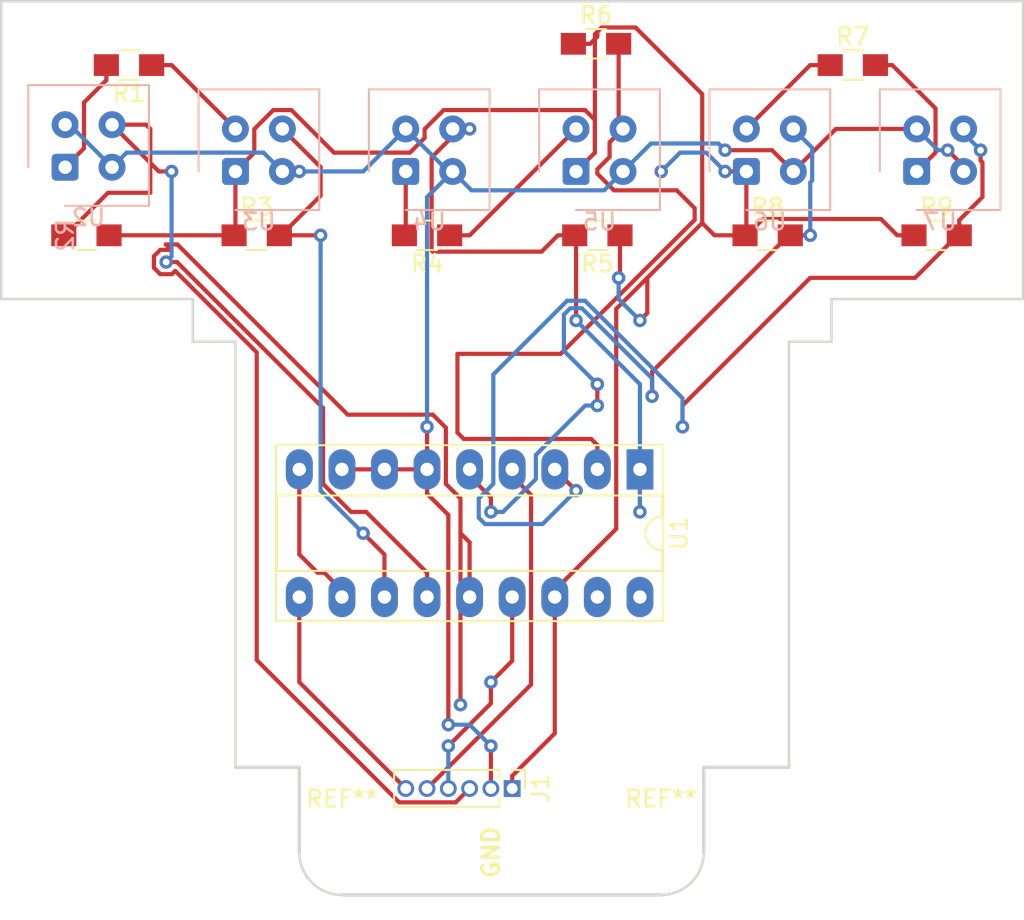
<source format=kicad_pcb>
(kicad_pcb (version 20171130) (host pcbnew "(5.0.1)-4")

  (general
    (thickness 1.6)
    (drawings 26)
    (tracks 280)
    (zones 0)
    (modules 19)
    (nets 20)
  )

  (page A4)
  (layers
    (0 F.Cu signal)
    (31 B.Cu signal)
    (32 B.Adhes user)
    (33 F.Adhes user)
    (34 B.Paste user)
    (35 F.Paste user)
    (36 B.SilkS user)
    (37 F.SilkS user)
    (38 B.Mask user)
    (39 F.Mask user)
    (40 Dwgs.User user)
    (41 Cmts.User user)
    (42 Eco1.User user)
    (43 Eco2.User user)
    (44 Edge.Cuts user)
    (45 Margin user)
    (46 B.CrtYd user)
    (47 F.CrtYd user)
    (48 B.Fab user)
    (49 F.Fab user)
  )

  (setup
    (last_trace_width 0.25)
    (trace_clearance 0.2)
    (zone_clearance 0.508)
    (zone_45_only no)
    (trace_min 0.2)
    (segment_width 0.2)
    (edge_width 0.15)
    (via_size 0.8)
    (via_drill 0.4)
    (via_min_size 0.4)
    (via_min_drill 0.3)
    (uvia_size 0.3)
    (uvia_drill 0.1)
    (uvias_allowed no)
    (uvia_min_size 0.2)
    (uvia_min_drill 0.1)
    (pcb_text_width 0.3)
    (pcb_text_size 1.5 1.5)
    (mod_edge_width 0.15)
    (mod_text_size 1 1)
    (mod_text_width 0.15)
    (pad_size 1.524 1.524)
    (pad_drill 0.762)
    (pad_to_mask_clearance 0.051)
    (solder_mask_min_width 0.25)
    (aux_axis_origin 0 0)
    (visible_elements FFFFFF7F)
    (pcbplotparams
      (layerselection 0x010fc_ffffffff)
      (usegerberextensions false)
      (usegerberattributes false)
      (usegerberadvancedattributes false)
      (creategerberjobfile false)
      (excludeedgelayer true)
      (linewidth 0.100000)
      (plotframeref false)
      (viasonmask false)
      (mode 1)
      (useauxorigin false)
      (hpglpennumber 1)
      (hpglpenspeed 20)
      (hpglpendiameter 15.000000)
      (psnegative false)
      (psa4output false)
      (plotreference true)
      (plotvalue true)
      (plotinvisibletext false)
      (padsonsilk false)
      (subtractmaskfromsilk false)
      (outputformat 1)
      (mirror false)
      (drillshape 1)
      (scaleselection 1)
      (outputdirectory ""))
  )

  (net 0 "")
  (net 1 /linea_selec)
  (net 2 /linea3)
  (net 3 /linea2)
  (net 4 /linea1)
  (net 5 GND)
  (net 6 +5V)
  (net 7 "Net-(R1-Pad1)")
  (net 8 "Net-(R1-Pad2)")
  (net 9 /sensor2)
  (net 10 /sensor1)
  (net 11 "Net-(R4-Pad1)")
  (net 12 "Net-(R4-Pad2)")
  (net 13 /sensor4)
  (net 14 /sensor3)
  (net 15 "Net-(R7-Pad1)")
  (net 16 "Net-(R7-Pad2)")
  (net 17 /sensor5)
  (net 18 /sensor6)
  (net 19 "Net-(U1-Pad11)")

  (net_class Default "Esta es la clase de red por defecto."
    (clearance 0.2)
    (trace_width 0.25)
    (via_dia 0.8)
    (via_drill 0.4)
    (uvia_dia 0.3)
    (uvia_drill 0.1)
    (add_net +5V)
    (add_net /linea1)
    (add_net /linea2)
    (add_net /linea3)
    (add_net /linea_selec)
    (add_net /sensor1)
    (add_net /sensor2)
    (add_net /sensor3)
    (add_net /sensor4)
    (add_net /sensor5)
    (add_net /sensor6)
    (add_net GND)
    (add_net "Net-(R1-Pad1)")
    (add_net "Net-(R1-Pad2)")
    (add_net "Net-(R4-Pad1)")
    (add_net "Net-(R4-Pad2)")
    (add_net "Net-(R7-Pad1)")
    (add_net "Net-(R7-Pad2)")
    (add_net "Net-(U1-Pad11)")
  )

  (module Pin_Headers:Pin_Header_Straight_1x06_Pitch1.27mm (layer F.Cu) (tedit 59650535) (tstamp 5BF92342)
    (at 163.83 60.96 270)
    (descr "Through hole straight pin header, 1x06, 1.27mm pitch, single row")
    (tags "Through hole pin header THT 1x06 1.27mm single row")
    (path /5BF14C85)
    (fp_text reference J1 (at 0 -1.695 270) (layer F.SilkS)
      (effects (font (size 1 1) (thickness 0.15)))
    )
    (fp_text value Conn_01x06_Female (at 0 8.045 270) (layer F.Fab)
      (effects (font (size 1 1) (thickness 0.15)))
    )
    (fp_text user %R (at 0 3.175) (layer F.Fab)
      (effects (font (size 1 1) (thickness 0.15)))
    )
    (fp_line (start 1.55 -1.15) (end -1.55 -1.15) (layer F.CrtYd) (width 0.05))
    (fp_line (start 1.55 7.5) (end 1.55 -1.15) (layer F.CrtYd) (width 0.05))
    (fp_line (start -1.55 7.5) (end 1.55 7.5) (layer F.CrtYd) (width 0.05))
    (fp_line (start -1.55 -1.15) (end -1.55 7.5) (layer F.CrtYd) (width 0.05))
    (fp_line (start -1.11 -0.76) (end 0 -0.76) (layer F.SilkS) (width 0.12))
    (fp_line (start -1.11 0) (end -1.11 -0.76) (layer F.SilkS) (width 0.12))
    (fp_line (start 0.563471 0.76) (end 1.11 0.76) (layer F.SilkS) (width 0.12))
    (fp_line (start -1.11 0.76) (end -0.563471 0.76) (layer F.SilkS) (width 0.12))
    (fp_line (start 1.11 0.76) (end 1.11 7.045) (layer F.SilkS) (width 0.12))
    (fp_line (start -1.11 0.76) (end -1.11 7.045) (layer F.SilkS) (width 0.12))
    (fp_line (start 0.30753 7.045) (end 1.11 7.045) (layer F.SilkS) (width 0.12))
    (fp_line (start -1.11 7.045) (end -0.30753 7.045) (layer F.SilkS) (width 0.12))
    (fp_line (start -1.05 -0.11) (end -0.525 -0.635) (layer F.Fab) (width 0.1))
    (fp_line (start -1.05 6.985) (end -1.05 -0.11) (layer F.Fab) (width 0.1))
    (fp_line (start 1.05 6.985) (end -1.05 6.985) (layer F.Fab) (width 0.1))
    (fp_line (start 1.05 -0.635) (end 1.05 6.985) (layer F.Fab) (width 0.1))
    (fp_line (start -0.525 -0.635) (end 1.05 -0.635) (layer F.Fab) (width 0.1))
    (pad 6 thru_hole oval (at 0 6.35 270) (size 1 1) (drill 0.65) (layers *.Cu *.Mask)
      (net 1 /linea_selec))
    (pad 5 thru_hole oval (at 0 5.08 270) (size 1 1) (drill 0.65) (layers *.Cu *.Mask)
      (net 2 /linea3))
    (pad 4 thru_hole oval (at 0 3.81 270) (size 1 1) (drill 0.65) (layers *.Cu *.Mask)
      (net 3 /linea2))
    (pad 3 thru_hole oval (at 0 2.54 270) (size 1 1) (drill 0.65) (layers *.Cu *.Mask)
      (net 4 /linea1))
    (pad 2 thru_hole oval (at 0 1.27 270) (size 1 1) (drill 0.65) (layers *.Cu *.Mask)
      (net 5 GND))
    (pad 1 thru_hole rect (at 0 0 270) (size 1 1) (drill 0.65) (layers *.Cu *.Mask)
      (net 6 +5V))
    (model ${KISYS3DMOD}/Pin_Headers.3dshapes/Pin_Header_Straight_1x06_Pitch1.27mm.wrl
      (at (xyz 0 0 0))
      (scale (xyz 1 1 1))
      (rotate (xyz 0 0 0))
    )
  )

  (module Resistors_SMD:R_0805_HandSoldering (layer F.Cu) (tedit 58E0A804) (tstamp 5BF92353)
    (at 140.97 17.78 180)
    (descr "Resistor SMD 0805, hand soldering")
    (tags "resistor 0805")
    (path /5BF020A4)
    (attr smd)
    (fp_text reference R1 (at 0 -1.7 180) (layer F.SilkS)
      (effects (font (size 1 1) (thickness 0.15)))
    )
    (fp_text value 82k (at 0 1.75 180) (layer F.Fab)
      (effects (font (size 1 1) (thickness 0.15)))
    )
    (fp_text user %R (at 0 0 180) (layer F.Fab)
      (effects (font (size 0.5 0.5) (thickness 0.075)))
    )
    (fp_line (start -1 0.62) (end -1 -0.62) (layer F.Fab) (width 0.1))
    (fp_line (start 1 0.62) (end -1 0.62) (layer F.Fab) (width 0.1))
    (fp_line (start 1 -0.62) (end 1 0.62) (layer F.Fab) (width 0.1))
    (fp_line (start -1 -0.62) (end 1 -0.62) (layer F.Fab) (width 0.1))
    (fp_line (start 0.6 0.88) (end -0.6 0.88) (layer F.SilkS) (width 0.12))
    (fp_line (start -0.6 -0.88) (end 0.6 -0.88) (layer F.SilkS) (width 0.12))
    (fp_line (start -2.35 -0.9) (end 2.35 -0.9) (layer F.CrtYd) (width 0.05))
    (fp_line (start -2.35 -0.9) (end -2.35 0.9) (layer F.CrtYd) (width 0.05))
    (fp_line (start 2.35 0.9) (end 2.35 -0.9) (layer F.CrtYd) (width 0.05))
    (fp_line (start 2.35 0.9) (end -2.35 0.9) (layer F.CrtYd) (width 0.05))
    (pad 1 smd rect (at -1.35 0 180) (size 1.5 1.3) (layers F.Cu F.Paste F.Mask)
      (net 7 "Net-(R1-Pad1)"))
    (pad 2 smd rect (at 1.35 0 180) (size 1.5 1.3) (layers F.Cu F.Paste F.Mask)
      (net 8 "Net-(R1-Pad2)"))
    (model ${KISYS3DMOD}/Resistors_SMD.3dshapes/R_0805.wrl
      (at (xyz 0 0 0))
      (scale (xyz 1 1 1))
      (rotate (xyz 0 0 0))
    )
  )

  (module Resistors_SMD:R_0805_HandSoldering (layer F.Cu) (tedit 58E0A804) (tstamp 5BF92364)
    (at 138.43 27.94 180)
    (descr "Resistor SMD 0805, hand soldering")
    (tags "resistor 0805")
    (path /5BEFFE98)
    (attr smd)
    (fp_text reference R2 (at 1.27 0 90) (layer B.SilkS)
      (effects (font (size 1 1) (thickness 0.15)) (justify mirror))
    )
    (fp_text value 10k (at -2.54 0 270) (layer B.Fab)
      (effects (font (size 1 1) (thickness 0.15)) (justify mirror))
    )
    (fp_line (start 2.35 0.9) (end -2.35 0.9) (layer F.CrtYd) (width 0.05))
    (fp_line (start 2.35 0.9) (end 2.35 -0.9) (layer F.CrtYd) (width 0.05))
    (fp_line (start -2.35 -0.9) (end -2.35 0.9) (layer F.CrtYd) (width 0.05))
    (fp_line (start -2.35 -0.9) (end 2.35 -0.9) (layer F.CrtYd) (width 0.05))
    (fp_line (start -0.6 -0.88) (end 0.6 -0.88) (layer F.SilkS) (width 0.12))
    (fp_line (start 0.6 0.88) (end -0.6 0.88) (layer F.SilkS) (width 0.12))
    (fp_line (start -1 -0.62) (end 1 -0.62) (layer F.Fab) (width 0.1))
    (fp_line (start 1 -0.62) (end 1 0.62) (layer F.Fab) (width 0.1))
    (fp_line (start 1 0.62) (end -1 0.62) (layer F.Fab) (width 0.1))
    (fp_line (start -1 0.62) (end -1 -0.62) (layer F.Fab) (width 0.1))
    (fp_text user %R (at 0 -1.27 180) (layer F.Fab)
      (effects (font (size 0.5 0.5) (thickness 0.075)))
    )
    (pad 2 smd rect (at 1.35 0 180) (size 1.5 1.3) (layers F.Cu F.Paste F.Mask)
      (net 9 /sensor2))
    (pad 1 smd rect (at -1.35 0 180) (size 1.5 1.3) (layers F.Cu F.Paste F.Mask)
      (net 6 +5V))
    (model ${KISYS3DMOD}/Resistors_SMD.3dshapes/R_0805.wrl
      (at (xyz 0 0 0))
      (scale (xyz 1 1 1))
      (rotate (xyz 0 0 0))
    )
  )

  (module Resistors_SMD:R_0805_HandSoldering (layer F.Cu) (tedit 58E0A804) (tstamp 5BF92375)
    (at 148.59 27.94)
    (descr "Resistor SMD 0805, hand soldering")
    (tags "resistor 0805")
    (path /5BEFF715)
    (attr smd)
    (fp_text reference R3 (at 0 -1.7) (layer F.SilkS)
      (effects (font (size 1 1) (thickness 0.15)))
    )
    (fp_text value 10k (at 0 1.75) (layer F.Fab)
      (effects (font (size 1 1) (thickness 0.15)))
    )
    (fp_line (start 2.35 0.9) (end -2.35 0.9) (layer F.CrtYd) (width 0.05))
    (fp_line (start 2.35 0.9) (end 2.35 -0.9) (layer F.CrtYd) (width 0.05))
    (fp_line (start -2.35 -0.9) (end -2.35 0.9) (layer F.CrtYd) (width 0.05))
    (fp_line (start -2.35 -0.9) (end 2.35 -0.9) (layer F.CrtYd) (width 0.05))
    (fp_line (start -0.6 -0.88) (end 0.6 -0.88) (layer F.SilkS) (width 0.12))
    (fp_line (start 0.6 0.88) (end -0.6 0.88) (layer F.SilkS) (width 0.12))
    (fp_line (start -1 -0.62) (end 1 -0.62) (layer F.Fab) (width 0.1))
    (fp_line (start 1 -0.62) (end 1 0.62) (layer F.Fab) (width 0.1))
    (fp_line (start 1 0.62) (end -1 0.62) (layer F.Fab) (width 0.1))
    (fp_line (start -1 0.62) (end -1 -0.62) (layer F.Fab) (width 0.1))
    (fp_text user %R (at 0 0) (layer F.Fab)
      (effects (font (size 0.5 0.5) (thickness 0.075)))
    )
    (pad 2 smd rect (at 1.35 0) (size 1.5 1.3) (layers F.Cu F.Paste F.Mask)
      (net 10 /sensor1))
    (pad 1 smd rect (at -1.35 0) (size 1.5 1.3) (layers F.Cu F.Paste F.Mask)
      (net 6 +5V))
    (model ${KISYS3DMOD}/Resistors_SMD.3dshapes/R_0805.wrl
      (at (xyz 0 0 0))
      (scale (xyz 1 1 1))
      (rotate (xyz 0 0 0))
    )
  )

  (module Resistors_SMD:R_0805_HandSoldering (layer F.Cu) (tedit 58E0A804) (tstamp 5BF92386)
    (at 158.75 27.94 180)
    (descr "Resistor SMD 0805, hand soldering")
    (tags "resistor 0805")
    (path /5BF03356)
    (attr smd)
    (fp_text reference R4 (at 0 -1.7 180) (layer F.SilkS)
      (effects (font (size 1 1) (thickness 0.15)))
    )
    (fp_text value 82k (at 0 1.75 180) (layer F.Fab)
      (effects (font (size 1 1) (thickness 0.15)))
    )
    (fp_text user %R (at 0 0 180) (layer F.Fab)
      (effects (font (size 0.5 0.5) (thickness 0.075)))
    )
    (fp_line (start -1 0.62) (end -1 -0.62) (layer F.Fab) (width 0.1))
    (fp_line (start 1 0.62) (end -1 0.62) (layer F.Fab) (width 0.1))
    (fp_line (start 1 -0.62) (end 1 0.62) (layer F.Fab) (width 0.1))
    (fp_line (start -1 -0.62) (end 1 -0.62) (layer F.Fab) (width 0.1))
    (fp_line (start 0.6 0.88) (end -0.6 0.88) (layer F.SilkS) (width 0.12))
    (fp_line (start -0.6 -0.88) (end 0.6 -0.88) (layer F.SilkS) (width 0.12))
    (fp_line (start -2.35 -0.9) (end 2.35 -0.9) (layer F.CrtYd) (width 0.05))
    (fp_line (start -2.35 -0.9) (end -2.35 0.9) (layer F.CrtYd) (width 0.05))
    (fp_line (start 2.35 0.9) (end 2.35 -0.9) (layer F.CrtYd) (width 0.05))
    (fp_line (start 2.35 0.9) (end -2.35 0.9) (layer F.CrtYd) (width 0.05))
    (pad 1 smd rect (at -1.35 0 180) (size 1.5 1.3) (layers F.Cu F.Paste F.Mask)
      (net 11 "Net-(R4-Pad1)"))
    (pad 2 smd rect (at 1.35 0 180) (size 1.5 1.3) (layers F.Cu F.Paste F.Mask)
      (net 12 "Net-(R4-Pad2)"))
    (model ${KISYS3DMOD}/Resistors_SMD.3dshapes/R_0805.wrl
      (at (xyz 0 0 0))
      (scale (xyz 1 1 1))
      (rotate (xyz 0 0 0))
    )
  )

  (module Resistors_SMD:R_0805_HandSoldering (layer F.Cu) (tedit 58E0A804) (tstamp 5BF92397)
    (at 168.91 27.94 180)
    (descr "Resistor SMD 0805, hand soldering")
    (tags "resistor 0805")
    (path /5BF002AE)
    (attr smd)
    (fp_text reference R5 (at 0 -1.7 180) (layer F.SilkS)
      (effects (font (size 1 1) (thickness 0.15)))
    )
    (fp_text value 10k (at 0 1.75 180) (layer F.Fab)
      (effects (font (size 1 1) (thickness 0.15)))
    )
    (fp_line (start 2.35 0.9) (end -2.35 0.9) (layer F.CrtYd) (width 0.05))
    (fp_line (start 2.35 0.9) (end 2.35 -0.9) (layer F.CrtYd) (width 0.05))
    (fp_line (start -2.35 -0.9) (end -2.35 0.9) (layer F.CrtYd) (width 0.05))
    (fp_line (start -2.35 -0.9) (end 2.35 -0.9) (layer F.CrtYd) (width 0.05))
    (fp_line (start -0.6 -0.88) (end 0.6 -0.88) (layer F.SilkS) (width 0.12))
    (fp_line (start 0.6 0.88) (end -0.6 0.88) (layer F.SilkS) (width 0.12))
    (fp_line (start -1 -0.62) (end 1 -0.62) (layer F.Fab) (width 0.1))
    (fp_line (start 1 -0.62) (end 1 0.62) (layer F.Fab) (width 0.1))
    (fp_line (start 1 0.62) (end -1 0.62) (layer F.Fab) (width 0.1))
    (fp_line (start -1 0.62) (end -1 -0.62) (layer F.Fab) (width 0.1))
    (fp_text user %R (at 0 0 180) (layer F.Fab)
      (effects (font (size 0.5 0.5) (thickness 0.075)))
    )
    (pad 2 smd rect (at 1.35 0 180) (size 1.5 1.3) (layers F.Cu F.Paste F.Mask)
      (net 13 /sensor4))
    (pad 1 smd rect (at -1.35 0 180) (size 1.5 1.3) (layers F.Cu F.Paste F.Mask)
      (net 6 +5V))
    (model ${KISYS3DMOD}/Resistors_SMD.3dshapes/R_0805.wrl
      (at (xyz 0 0 0))
      (scale (xyz 1 1 1))
      (rotate (xyz 0 0 0))
    )
  )

  (module Resistors_SMD:R_0805_HandSoldering (layer F.Cu) (tedit 58E0A804) (tstamp 5BF923A8)
    (at 168.83 16.51)
    (descr "Resistor SMD 0805, hand soldering")
    (tags "resistor 0805")
    (path /5BEFFB21)
    (attr smd)
    (fp_text reference R6 (at 0 -1.7) (layer F.SilkS)
      (effects (font (size 1 1) (thickness 0.15)))
    )
    (fp_text value 10k (at 0 1.75) (layer F.Fab)
      (effects (font (size 1 1) (thickness 0.15)))
    )
    (fp_line (start 2.35 0.9) (end -2.35 0.9) (layer F.CrtYd) (width 0.05))
    (fp_line (start 2.35 0.9) (end 2.35 -0.9) (layer F.CrtYd) (width 0.05))
    (fp_line (start -2.35 -0.9) (end -2.35 0.9) (layer F.CrtYd) (width 0.05))
    (fp_line (start -2.35 -0.9) (end 2.35 -0.9) (layer F.CrtYd) (width 0.05))
    (fp_line (start -0.6 -0.88) (end 0.6 -0.88) (layer F.SilkS) (width 0.12))
    (fp_line (start 0.6 0.88) (end -0.6 0.88) (layer F.SilkS) (width 0.12))
    (fp_line (start -1 -0.62) (end 1 -0.62) (layer F.Fab) (width 0.1))
    (fp_line (start 1 -0.62) (end 1 0.62) (layer F.Fab) (width 0.1))
    (fp_line (start 1 0.62) (end -1 0.62) (layer F.Fab) (width 0.1))
    (fp_line (start -1 0.62) (end -1 -0.62) (layer F.Fab) (width 0.1))
    (fp_text user %R (at 0 0) (layer F.Fab)
      (effects (font (size 0.5 0.5) (thickness 0.075)))
    )
    (pad 2 smd rect (at 1.35 0) (size 1.5 1.3) (layers F.Cu F.Paste F.Mask)
      (net 14 /sensor3))
    (pad 1 smd rect (at -1.35 0) (size 1.5 1.3) (layers F.Cu F.Paste F.Mask)
      (net 6 +5V))
    (model ${KISYS3DMOD}/Resistors_SMD.3dshapes/R_0805.wrl
      (at (xyz 0 0 0))
      (scale (xyz 1 1 1))
      (rotate (xyz 0 0 0))
    )
  )

  (module Resistors_SMD:R_0805_HandSoldering (layer F.Cu) (tedit 58E0A804) (tstamp 5BF923B9)
    (at 184.15 17.78)
    (descr "Resistor SMD 0805, hand soldering")
    (tags "resistor 0805")
    (path /5BF05054)
    (attr smd)
    (fp_text reference R7 (at 0 -1.7) (layer F.SilkS)
      (effects (font (size 1 1) (thickness 0.15)))
    )
    (fp_text value 82k (at 0 1.75 180) (layer F.Fab)
      (effects (font (size 1 1) (thickness 0.15)))
    )
    (fp_text user %R (at 0 0) (layer F.Fab)
      (effects (font (size 0.5 0.5) (thickness 0.075)))
    )
    (fp_line (start -1 0.62) (end -1 -0.62) (layer F.Fab) (width 0.1))
    (fp_line (start 1 0.62) (end -1 0.62) (layer F.Fab) (width 0.1))
    (fp_line (start 1 -0.62) (end 1 0.62) (layer F.Fab) (width 0.1))
    (fp_line (start -1 -0.62) (end 1 -0.62) (layer F.Fab) (width 0.1))
    (fp_line (start 0.6 0.88) (end -0.6 0.88) (layer F.SilkS) (width 0.12))
    (fp_line (start -0.6 -0.88) (end 0.6 -0.88) (layer F.SilkS) (width 0.12))
    (fp_line (start -2.35 -0.9) (end 2.35 -0.9) (layer F.CrtYd) (width 0.05))
    (fp_line (start -2.35 -0.9) (end -2.35 0.9) (layer F.CrtYd) (width 0.05))
    (fp_line (start 2.35 0.9) (end 2.35 -0.9) (layer F.CrtYd) (width 0.05))
    (fp_line (start 2.35 0.9) (end -2.35 0.9) (layer F.CrtYd) (width 0.05))
    (pad 1 smd rect (at -1.35 0) (size 1.5 1.3) (layers F.Cu F.Paste F.Mask)
      (net 15 "Net-(R7-Pad1)"))
    (pad 2 smd rect (at 1.35 0) (size 1.5 1.3) (layers F.Cu F.Paste F.Mask)
      (net 16 "Net-(R7-Pad2)"))
    (model ${KISYS3DMOD}/Resistors_SMD.3dshapes/R_0805.wrl
      (at (xyz 0 0 0))
      (scale (xyz 1 1 1))
      (rotate (xyz 0 0 0))
    )
  )

  (module Resistors_SMD:R_0805_HandSoldering (layer F.Cu) (tedit 58E0A804) (tstamp 5BF923CA)
    (at 179.07 27.94)
    (descr "Resistor SMD 0805, hand soldering")
    (tags "resistor 0805")
    (path /5BEFFC88)
    (attr smd)
    (fp_text reference R8 (at 0 -1.7) (layer F.SilkS)
      (effects (font (size 1 1) (thickness 0.15)))
    )
    (fp_text value 10k (at 0 1.75) (layer F.Fab)
      (effects (font (size 1 1) (thickness 0.15)))
    )
    (fp_line (start 2.35 0.9) (end -2.35 0.9) (layer F.CrtYd) (width 0.05))
    (fp_line (start 2.35 0.9) (end 2.35 -0.9) (layer F.CrtYd) (width 0.05))
    (fp_line (start -2.35 -0.9) (end -2.35 0.9) (layer F.CrtYd) (width 0.05))
    (fp_line (start -2.35 -0.9) (end 2.35 -0.9) (layer F.CrtYd) (width 0.05))
    (fp_line (start -0.6 -0.88) (end 0.6 -0.88) (layer F.SilkS) (width 0.12))
    (fp_line (start 0.6 0.88) (end -0.6 0.88) (layer F.SilkS) (width 0.12))
    (fp_line (start -1 -0.62) (end 1 -0.62) (layer F.Fab) (width 0.1))
    (fp_line (start 1 -0.62) (end 1 0.62) (layer F.Fab) (width 0.1))
    (fp_line (start 1 0.62) (end -1 0.62) (layer F.Fab) (width 0.1))
    (fp_line (start -1 0.62) (end -1 -0.62) (layer F.Fab) (width 0.1))
    (fp_text user %R (at 0 0) (layer F.Fab)
      (effects (font (size 0.5 0.5) (thickness 0.075)))
    )
    (pad 2 smd rect (at 1.35 0) (size 1.5 1.3) (layers F.Cu F.Paste F.Mask)
      (net 17 /sensor5))
    (pad 1 smd rect (at -1.35 0) (size 1.5 1.3) (layers F.Cu F.Paste F.Mask)
      (net 6 +5V))
    (model ${KISYS3DMOD}/Resistors_SMD.3dshapes/R_0805.wrl
      (at (xyz 0 0 0))
      (scale (xyz 1 1 1))
      (rotate (xyz 0 0 0))
    )
  )

  (module Resistors_SMD:R_0805_HandSoldering (layer F.Cu) (tedit 58E0A804) (tstamp 5BF923DB)
    (at 189.15 27.94)
    (descr "Resistor SMD 0805, hand soldering")
    (tags "resistor 0805")
    (path /5BF008F2)
    (attr smd)
    (fp_text reference R9 (at 0 -1.7) (layer F.SilkS)
      (effects (font (size 1 1) (thickness 0.15)))
    )
    (fp_text value 10k (at 0 1.75) (layer F.Fab)
      (effects (font (size 1 1) (thickness 0.15)))
    )
    (fp_text user %R (at 0 0) (layer F.Fab)
      (effects (font (size 0.5 0.5) (thickness 0.075)))
    )
    (fp_line (start -1 0.62) (end -1 -0.62) (layer F.Fab) (width 0.1))
    (fp_line (start 1 0.62) (end -1 0.62) (layer F.Fab) (width 0.1))
    (fp_line (start 1 -0.62) (end 1 0.62) (layer F.Fab) (width 0.1))
    (fp_line (start -1 -0.62) (end 1 -0.62) (layer F.Fab) (width 0.1))
    (fp_line (start 0.6 0.88) (end -0.6 0.88) (layer F.SilkS) (width 0.12))
    (fp_line (start -0.6 -0.88) (end 0.6 -0.88) (layer F.SilkS) (width 0.12))
    (fp_line (start -2.35 -0.9) (end 2.35 -0.9) (layer F.CrtYd) (width 0.05))
    (fp_line (start -2.35 -0.9) (end -2.35 0.9) (layer F.CrtYd) (width 0.05))
    (fp_line (start 2.35 0.9) (end 2.35 -0.9) (layer F.CrtYd) (width 0.05))
    (fp_line (start 2.35 0.9) (end -2.35 0.9) (layer F.CrtYd) (width 0.05))
    (pad 1 smd rect (at -1.35 0) (size 1.5 1.3) (layers F.Cu F.Paste F.Mask)
      (net 6 +5V))
    (pad 2 smd rect (at 1.35 0) (size 1.5 1.3) (layers F.Cu F.Paste F.Mask)
      (net 18 /sensor6))
    (model ${KISYS3DMOD}/Resistors_SMD.3dshapes/R_0805.wrl
      (at (xyz 0 0 0))
      (scale (xyz 1 1 1))
      (rotate (xyz 0 0 0))
    )
  )

  (module Housings_DIP:DIP-18_W7.62mm_Socket_LongPads (layer F.Cu) (tedit 59C78D6B) (tstamp 5BF92409)
    (at 171.45 41.91 270)
    (descr "18-lead though-hole mounted DIP package, row spacing 7.62 mm (300 mils), Socket, LongPads")
    (tags "THT DIP DIL PDIP 2.54mm 7.62mm 300mil Socket LongPads")
    (path /5BF0686C)
    (fp_text reference U1 (at 3.81 -2.33 270) (layer F.SilkS)
      (effects (font (size 1 1) (thickness 0.15)))
    )
    (fp_text value 4053 (at 3.81 22.65 270) (layer F.Fab)
      (effects (font (size 1 1) (thickness 0.15)))
    )
    (fp_text user %R (at 3.81 10.16 270) (layer F.Fab)
      (effects (font (size 1 1) (thickness 0.15)))
    )
    (fp_line (start 9.15 -1.6) (end -1.55 -1.6) (layer F.CrtYd) (width 0.05))
    (fp_line (start 9.15 21.9) (end 9.15 -1.6) (layer F.CrtYd) (width 0.05))
    (fp_line (start -1.55 21.9) (end 9.15 21.9) (layer F.CrtYd) (width 0.05))
    (fp_line (start -1.55 -1.6) (end -1.55 21.9) (layer F.CrtYd) (width 0.05))
    (fp_line (start 9.06 -1.39) (end -1.44 -1.39) (layer F.SilkS) (width 0.12))
    (fp_line (start 9.06 21.71) (end 9.06 -1.39) (layer F.SilkS) (width 0.12))
    (fp_line (start -1.44 21.71) (end 9.06 21.71) (layer F.SilkS) (width 0.12))
    (fp_line (start -1.44 -1.39) (end -1.44 21.71) (layer F.SilkS) (width 0.12))
    (fp_line (start 6.06 -1.33) (end 4.81 -1.33) (layer F.SilkS) (width 0.12))
    (fp_line (start 6.06 21.65) (end 6.06 -1.33) (layer F.SilkS) (width 0.12))
    (fp_line (start 1.56 21.65) (end 6.06 21.65) (layer F.SilkS) (width 0.12))
    (fp_line (start 1.56 -1.33) (end 1.56 21.65) (layer F.SilkS) (width 0.12))
    (fp_line (start 2.81 -1.33) (end 1.56 -1.33) (layer F.SilkS) (width 0.12))
    (fp_line (start 8.89 -1.33) (end -1.27 -1.33) (layer F.Fab) (width 0.1))
    (fp_line (start 8.89 21.65) (end 8.89 -1.33) (layer F.Fab) (width 0.1))
    (fp_line (start -1.27 21.65) (end 8.89 21.65) (layer F.Fab) (width 0.1))
    (fp_line (start -1.27 -1.33) (end -1.27 21.65) (layer F.Fab) (width 0.1))
    (fp_line (start 0.635 -0.27) (end 1.635 -1.27) (layer F.Fab) (width 0.1))
    (fp_line (start 0.635 21.59) (end 0.635 -0.27) (layer F.Fab) (width 0.1))
    (fp_line (start 6.985 21.59) (end 0.635 21.59) (layer F.Fab) (width 0.1))
    (fp_line (start 6.985 -1.27) (end 6.985 21.59) (layer F.Fab) (width 0.1))
    (fp_line (start 1.635 -1.27) (end 6.985 -1.27) (layer F.Fab) (width 0.1))
    (fp_arc (start 3.81 -1.33) (end 2.81 -1.33) (angle -180) (layer F.SilkS) (width 0.12))
    (pad 18 thru_hole oval (at 7.62 0 270) (size 2.4 1.6) (drill 0.8) (layers *.Cu *.Mask))
    (pad 9 thru_hole oval (at 0 20.32 270) (size 2.4 1.6) (drill 0.8) (layers *.Cu *.Mask)
      (net 19 "Net-(U1-Pad11)"))
    (pad 17 thru_hole oval (at 7.62 2.54 270) (size 2.4 1.6) (drill 0.8) (layers *.Cu *.Mask))
    (pad 8 thru_hole oval (at 0 17.78 270) (size 2.4 1.6) (drill 0.8) (layers *.Cu *.Mask)
      (net 5 GND))
    (pad 16 thru_hole oval (at 7.62 5.08 270) (size 2.4 1.6) (drill 0.8) (layers *.Cu *.Mask)
      (net 6 +5V))
    (pad 7 thru_hole oval (at 0 15.24 270) (size 2.4 1.6) (drill 0.8) (layers *.Cu *.Mask)
      (net 5 GND))
    (pad 15 thru_hole oval (at 7.62 7.62 270) (size 2.4 1.6) (drill 0.8) (layers *.Cu *.Mask)
      (net 3 /linea2))
    (pad 6 thru_hole oval (at 0 12.7 270) (size 2.4 1.6) (drill 0.8) (layers *.Cu *.Mask)
      (net 5 GND))
    (pad 14 thru_hole oval (at 7.62 10.16 270) (size 2.4 1.6) (drill 0.8) (layers *.Cu *.Mask)
      (net 4 /linea1))
    (pad 5 thru_hole oval (at 0 10.16 270) (size 2.4 1.6) (drill 0.8) (layers *.Cu *.Mask)
      (net 17 /sensor5))
    (pad 13 thru_hole oval (at 7.62 12.7 270) (size 2.4 1.6) (drill 0.8) (layers *.Cu *.Mask)
      (net 9 /sensor2))
    (pad 4 thru_hole oval (at 0 7.62 270) (size 2.4 1.6) (drill 0.8) (layers *.Cu *.Mask)
      (net 2 /linea3))
    (pad 12 thru_hole oval (at 7.62 15.24 270) (size 2.4 1.6) (drill 0.8) (layers *.Cu *.Mask)
      (net 10 /sensor1))
    (pad 3 thru_hole oval (at 0 5.08 270) (size 2.4 1.6) (drill 0.8) (layers *.Cu *.Mask)
      (net 18 /sensor6))
    (pad 11 thru_hole oval (at 7.62 17.78 270) (size 2.4 1.6) (drill 0.8) (layers *.Cu *.Mask)
      (net 19 "Net-(U1-Pad11)"))
    (pad 2 thru_hole oval (at 0 2.54 270) (size 2.4 1.6) (drill 0.8) (layers *.Cu *.Mask)
      (net 14 /sensor3))
    (pad 10 thru_hole oval (at 7.62 20.32 270) (size 2.4 1.6) (drill 0.8) (layers *.Cu *.Mask)
      (net 1 /linea_selec))
    (pad 1 thru_hole rect (at 0 0 270) (size 2.4 1.6) (drill 0.8) (layers *.Cu *.Mask)
      (net 13 /sensor4))
    (model ${KISYS3DMOD}/Housings_DIP.3dshapes/DIP-18_W7.62mm_Socket.wrl
      (at (xyz 0 0 0))
      (scale (xyz 1 1 1))
      (rotate (xyz 0 0 0))
    )
  )

  (module OptoDevice:Vishay_CNY70 (layer B.Cu) (tedit 5B8AF8E9) (tstamp 5BF92F27)
    (at 137.16 23.876)
    (descr "package for Vishay CNY70 refective photo coupler/interrupter")
    (tags "Vishay CNY70 refective photo coupler")
    (path /5BEFFE83)
    (fp_text reference U2 (at 1.4 3) (layer B.SilkS)
      (effects (font (size 1 1) (thickness 0.15)) (justify mirror))
    )
    (fp_text value CNY70 (at 1.4 -5.8) (layer B.Fab)
      (effects (font (size 1 1) (thickness 0.15)) (justify mirror))
    )
    (fp_text user %R (at 1.5 -1.4) (layer F.Fab)
      (effects (font (size 1 1) (thickness 0.15)))
    )
    (fp_line (start 5 -4.9) (end 5 2.3) (layer B.SilkS) (width 0.12))
    (fp_line (start -2.2 -4.9) (end 5 -4.9) (layer B.SilkS) (width 0.12))
    (fp_line (start -2.2 0) (end -2.2 -4.9) (layer B.SilkS) (width 0.12))
    (fp_line (start 5 2.3) (end 0 2.3) (layer B.SilkS) (width 0.12))
    (fp_line (start -1.1 -3.9) (end 3.9 -3.9) (layer B.Fab) (width 0.1))
    (fp_line (start -1.1 1.2) (end -1.1 -3.9) (layer B.Fab) (width 0.1))
    (fp_line (start 3.9 1.2) (end -1.1 1.2) (layer B.Fab) (width 0.1))
    (fp_line (start 3.9 -3.9) (end 3.9 1.2) (layer B.Fab) (width 0.1))
    (fp_line (start 1.2 -4.5) (end 1.2 -4.8) (layer B.Fab) (width 0.1))
    (fp_line (start 1.6 -4.5) (end 1.2 -4.5) (layer B.Fab) (width 0.1))
    (fp_line (start 1.6 -4.8) (end 1.6 -4.5) (layer B.Fab) (width 0.1))
    (fp_line (start 1.6 1.9) (end 1.6 2.2) (layer B.Fab) (width 0.1))
    (fp_line (start 1.2 1.9) (end 1.6 1.9) (layer B.Fab) (width 0.1))
    (fp_line (start 1.2 2.2) (end 1.2 1.9) (layer B.Fab) (width 0.1))
    (fp_line (start -2.1 1.2) (end -1.1 2.2) (layer B.Fab) (width 0.1))
    (fp_line (start -2.1 -4.8) (end -2.1 1.2) (layer B.Fab) (width 0.1))
    (fp_line (start 4.9 -4.8) (end -2.1 -4.8) (layer B.Fab) (width 0.1))
    (fp_line (start 4.9 2.2) (end 4.9 -4.8) (layer B.Fab) (width 0.1))
    (fp_line (start -1.1 2.2) (end 4.9 2.2) (layer B.Fab) (width 0.1))
    (fp_line (start -2.35 2.45) (end 5.15 2.45) (layer B.CrtYd) (width 0.05))
    (fp_line (start -2.35 2.45) (end -2.35 -5.05) (layer B.CrtYd) (width 0.05))
    (fp_line (start 5.15 -5.05) (end 5.15 2.45) (layer B.CrtYd) (width 0.05))
    (fp_line (start 5.15 -5.05) (end -2.35 -5.05) (layer B.CrtYd) (width 0.05))
    (pad 4 thru_hole circle (at 2.8 0) (size 1.6 1.6) (drill 0.8) (layers *.Cu *.Mask)
      (net 5 GND))
    (pad 3 thru_hole circle (at 2.8 -2.54) (size 1.6 1.6) (drill 0.8) (layers *.Cu *.Mask)
      (net 9 /sensor2))
    (pad 2 thru_hole circle (at 0 -2.54) (size 1.6 1.6) (drill 0.8) (layers *.Cu *.Mask)
      (net 5 GND))
    (pad 1 thru_hole roundrect (at 0 0) (size 1.6 1.6) (drill 0.8) (layers *.Cu *.Mask) (roundrect_rratio 0.156)
      (net 8 "Net-(R1-Pad2)"))
    (model ${KISYS3DMOD}/OptoDevice.3dshapes/Vishay_CNY70.wrl
      (at (xyz 0 0 0))
      (scale (xyz 1 1 1))
      (rotate (xyz 0 0 0))
    )
  )

  (module OptoDevice:Vishay_CNY70 (layer B.Cu) (tedit 5B8AF8E9) (tstamp 5BF92F47)
    (at 147.32 24.13)
    (descr "package for Vishay CNY70 refective photo coupler/interrupter")
    (tags "Vishay CNY70 refective photo coupler")
    (path /5BEFF29E)
    (fp_text reference U3 (at 1.4 3) (layer B.SilkS)
      (effects (font (size 1 1) (thickness 0.15)) (justify mirror))
    )
    (fp_text value CNY70 (at 1.4 -5.8) (layer B.Fab)
      (effects (font (size 1 1) (thickness 0.15)) (justify mirror))
    )
    (fp_line (start 5.15 -5.05) (end -2.35 -5.05) (layer B.CrtYd) (width 0.05))
    (fp_line (start 5.15 -5.05) (end 5.15 2.45) (layer B.CrtYd) (width 0.05))
    (fp_line (start -2.35 2.45) (end -2.35 -5.05) (layer B.CrtYd) (width 0.05))
    (fp_line (start -2.35 2.45) (end 5.15 2.45) (layer B.CrtYd) (width 0.05))
    (fp_line (start -1.1 2.2) (end 4.9 2.2) (layer B.Fab) (width 0.1))
    (fp_line (start 4.9 2.2) (end 4.9 -4.8) (layer B.Fab) (width 0.1))
    (fp_line (start 4.9 -4.8) (end -2.1 -4.8) (layer B.Fab) (width 0.1))
    (fp_line (start -2.1 -4.8) (end -2.1 1.2) (layer B.Fab) (width 0.1))
    (fp_line (start -2.1 1.2) (end -1.1 2.2) (layer B.Fab) (width 0.1))
    (fp_line (start 1.2 2.2) (end 1.2 1.9) (layer B.Fab) (width 0.1))
    (fp_line (start 1.2 1.9) (end 1.6 1.9) (layer B.Fab) (width 0.1))
    (fp_line (start 1.6 1.9) (end 1.6 2.2) (layer B.Fab) (width 0.1))
    (fp_line (start 1.6 -4.8) (end 1.6 -4.5) (layer B.Fab) (width 0.1))
    (fp_line (start 1.6 -4.5) (end 1.2 -4.5) (layer B.Fab) (width 0.1))
    (fp_line (start 1.2 -4.5) (end 1.2 -4.8) (layer B.Fab) (width 0.1))
    (fp_line (start 3.9 -3.9) (end 3.9 1.2) (layer B.Fab) (width 0.1))
    (fp_line (start 3.9 1.2) (end -1.1 1.2) (layer B.Fab) (width 0.1))
    (fp_line (start -1.1 1.2) (end -1.1 -3.9) (layer B.Fab) (width 0.1))
    (fp_line (start -1.1 -3.9) (end 3.9 -3.9) (layer B.Fab) (width 0.1))
    (fp_line (start 5 2.3) (end 0 2.3) (layer B.SilkS) (width 0.12))
    (fp_line (start -2.2 0) (end -2.2 -4.9) (layer B.SilkS) (width 0.12))
    (fp_line (start -2.2 -4.9) (end 5 -4.9) (layer B.SilkS) (width 0.12))
    (fp_line (start 5 -4.9) (end 5 2.3) (layer B.SilkS) (width 0.12))
    (fp_text user %R (at 1.5 -1.4) (layer F.Fab)
      (effects (font (size 1 1) (thickness 0.15)))
    )
    (pad 1 thru_hole roundrect (at 0 0) (size 1.6 1.6) (drill 0.8) (layers *.Cu *.Mask) (roundrect_rratio 0.156)
      (net 6 +5V))
    (pad 2 thru_hole circle (at 0 -2.54) (size 1.6 1.6) (drill 0.8) (layers *.Cu *.Mask)
      (net 7 "Net-(R1-Pad1)"))
    (pad 3 thru_hole circle (at 2.8 -2.54) (size 1.6 1.6) (drill 0.8) (layers *.Cu *.Mask)
      (net 10 /sensor1))
    (pad 4 thru_hole circle (at 2.8 0) (size 1.6 1.6) (drill 0.8) (layers *.Cu *.Mask)
      (net 5 GND))
    (model ${KISYS3DMOD}/OptoDevice.3dshapes/Vishay_CNY70.wrl
      (at (xyz 0 0 0))
      (scale (xyz 1 1 1))
      (rotate (xyz 0 0 0))
    )
  )

  (module OptoDevice:Vishay_CNY70 (layer B.Cu) (tedit 5B8AF8E9) (tstamp 5BF92F67)
    (at 157.48 24.13)
    (descr "package for Vishay CNY70 refective photo coupler/interrupter")
    (tags "Vishay CNY70 refective photo coupler")
    (path /5BF00299)
    (fp_text reference U4 (at 1.4 3) (layer B.SilkS)
      (effects (font (size 1 1) (thickness 0.15)) (justify mirror))
    )
    (fp_text value CNY70 (at 1.4 -5.8) (layer B.Fab)
      (effects (font (size 1 1) (thickness 0.15)) (justify mirror))
    )
    (fp_line (start 5.15 -5.05) (end -2.35 -5.05) (layer B.CrtYd) (width 0.05))
    (fp_line (start 5.15 -5.05) (end 5.15 2.45) (layer B.CrtYd) (width 0.05))
    (fp_line (start -2.35 2.45) (end -2.35 -5.05) (layer B.CrtYd) (width 0.05))
    (fp_line (start -2.35 2.45) (end 5.15 2.45) (layer B.CrtYd) (width 0.05))
    (fp_line (start -1.1 2.2) (end 4.9 2.2) (layer B.Fab) (width 0.1))
    (fp_line (start 4.9 2.2) (end 4.9 -4.8) (layer B.Fab) (width 0.1))
    (fp_line (start 4.9 -4.8) (end -2.1 -4.8) (layer B.Fab) (width 0.1))
    (fp_line (start -2.1 -4.8) (end -2.1 1.2) (layer B.Fab) (width 0.1))
    (fp_line (start -2.1 1.2) (end -1.1 2.2) (layer B.Fab) (width 0.1))
    (fp_line (start 1.2 2.2) (end 1.2 1.9) (layer B.Fab) (width 0.1))
    (fp_line (start 1.2 1.9) (end 1.6 1.9) (layer B.Fab) (width 0.1))
    (fp_line (start 1.6 1.9) (end 1.6 2.2) (layer B.Fab) (width 0.1))
    (fp_line (start 1.6 -4.8) (end 1.6 -4.5) (layer B.Fab) (width 0.1))
    (fp_line (start 1.6 -4.5) (end 1.2 -4.5) (layer B.Fab) (width 0.1))
    (fp_line (start 1.2 -4.5) (end 1.2 -4.8) (layer B.Fab) (width 0.1))
    (fp_line (start 3.9 -3.9) (end 3.9 1.2) (layer B.Fab) (width 0.1))
    (fp_line (start 3.9 1.2) (end -1.1 1.2) (layer B.Fab) (width 0.1))
    (fp_line (start -1.1 1.2) (end -1.1 -3.9) (layer B.Fab) (width 0.1))
    (fp_line (start -1.1 -3.9) (end 3.9 -3.9) (layer B.Fab) (width 0.1))
    (fp_line (start 5 2.3) (end 0 2.3) (layer B.SilkS) (width 0.12))
    (fp_line (start -2.2 0) (end -2.2 -4.9) (layer B.SilkS) (width 0.12))
    (fp_line (start -2.2 -4.9) (end 5 -4.9) (layer B.SilkS) (width 0.12))
    (fp_line (start 5 -4.9) (end 5 2.3) (layer B.SilkS) (width 0.12))
    (fp_text user %R (at 1.5 -1.4) (layer F.Fab)
      (effects (font (size 1 1) (thickness 0.15)))
    )
    (pad 1 thru_hole roundrect (at 0 0) (size 1.6 1.6) (drill 0.8) (layers *.Cu *.Mask) (roundrect_rratio 0.156)
      (net 12 "Net-(R4-Pad2)"))
    (pad 2 thru_hole circle (at 0 -2.54) (size 1.6 1.6) (drill 0.8) (layers *.Cu *.Mask)
      (net 5 GND))
    (pad 3 thru_hole circle (at 2.8 -2.54) (size 1.6 1.6) (drill 0.8) (layers *.Cu *.Mask)
      (net 13 /sensor4))
    (pad 4 thru_hole circle (at 2.8 0) (size 1.6 1.6) (drill 0.8) (layers *.Cu *.Mask)
      (net 5 GND))
    (model ${KISYS3DMOD}/OptoDevice.3dshapes/Vishay_CNY70.wrl
      (at (xyz 0 0 0))
      (scale (xyz 1 1 1))
      (rotate (xyz 0 0 0))
    )
  )

  (module OptoDevice:Vishay_CNY70 (layer B.Cu) (tedit 5B8AF8E9) (tstamp 5BF92F87)
    (at 167.64 24.13)
    (descr "package for Vishay CNY70 refective photo coupler/interrupter")
    (tags "Vishay CNY70 refective photo coupler")
    (path /5BEFFB0C)
    (fp_text reference U5 (at 1.4 3) (layer B.SilkS)
      (effects (font (size 1 1) (thickness 0.15)) (justify mirror))
    )
    (fp_text value CNY70 (at 1.4 -5.8) (layer B.Fab)
      (effects (font (size 1 1) (thickness 0.15)) (justify mirror))
    )
    (fp_text user %R (at 1.5 -1.4) (layer F.Fab)
      (effects (font (size 1 1) (thickness 0.15)))
    )
    (fp_line (start 5 -4.9) (end 5 2.3) (layer B.SilkS) (width 0.12))
    (fp_line (start -2.2 -4.9) (end 5 -4.9) (layer B.SilkS) (width 0.12))
    (fp_line (start -2.2 0) (end -2.2 -4.9) (layer B.SilkS) (width 0.12))
    (fp_line (start 5 2.3) (end 0 2.3) (layer B.SilkS) (width 0.12))
    (fp_line (start -1.1 -3.9) (end 3.9 -3.9) (layer B.Fab) (width 0.1))
    (fp_line (start -1.1 1.2) (end -1.1 -3.9) (layer B.Fab) (width 0.1))
    (fp_line (start 3.9 1.2) (end -1.1 1.2) (layer B.Fab) (width 0.1))
    (fp_line (start 3.9 -3.9) (end 3.9 1.2) (layer B.Fab) (width 0.1))
    (fp_line (start 1.2 -4.5) (end 1.2 -4.8) (layer B.Fab) (width 0.1))
    (fp_line (start 1.6 -4.5) (end 1.2 -4.5) (layer B.Fab) (width 0.1))
    (fp_line (start 1.6 -4.8) (end 1.6 -4.5) (layer B.Fab) (width 0.1))
    (fp_line (start 1.6 1.9) (end 1.6 2.2) (layer B.Fab) (width 0.1))
    (fp_line (start 1.2 1.9) (end 1.6 1.9) (layer B.Fab) (width 0.1))
    (fp_line (start 1.2 2.2) (end 1.2 1.9) (layer B.Fab) (width 0.1))
    (fp_line (start -2.1 1.2) (end -1.1 2.2) (layer B.Fab) (width 0.1))
    (fp_line (start -2.1 -4.8) (end -2.1 1.2) (layer B.Fab) (width 0.1))
    (fp_line (start 4.9 -4.8) (end -2.1 -4.8) (layer B.Fab) (width 0.1))
    (fp_line (start 4.9 2.2) (end 4.9 -4.8) (layer B.Fab) (width 0.1))
    (fp_line (start -1.1 2.2) (end 4.9 2.2) (layer B.Fab) (width 0.1))
    (fp_line (start -2.35 2.45) (end 5.15 2.45) (layer B.CrtYd) (width 0.05))
    (fp_line (start -2.35 2.45) (end -2.35 -5.05) (layer B.CrtYd) (width 0.05))
    (fp_line (start 5.15 -5.05) (end 5.15 2.45) (layer B.CrtYd) (width 0.05))
    (fp_line (start 5.15 -5.05) (end -2.35 -5.05) (layer B.CrtYd) (width 0.05))
    (pad 4 thru_hole circle (at 2.8 0) (size 1.6 1.6) (drill 0.8) (layers *.Cu *.Mask)
      (net 5 GND))
    (pad 3 thru_hole circle (at 2.8 -2.54) (size 1.6 1.6) (drill 0.8) (layers *.Cu *.Mask)
      (net 14 /sensor3))
    (pad 2 thru_hole circle (at 0 -2.54) (size 1.6 1.6) (drill 0.8) (layers *.Cu *.Mask)
      (net 11 "Net-(R4-Pad1)"))
    (pad 1 thru_hole roundrect (at 0 0) (size 1.6 1.6) (drill 0.8) (layers *.Cu *.Mask) (roundrect_rratio 0.156)
      (net 6 +5V))
    (model ${KISYS3DMOD}/OptoDevice.3dshapes/Vishay_CNY70.wrl
      (at (xyz 0 0 0))
      (scale (xyz 1 1 1))
      (rotate (xyz 0 0 0))
    )
  )

  (module OptoDevice:Vishay_CNY70 (layer B.Cu) (tedit 5B8AF8E9) (tstamp 5BF92FA7)
    (at 177.8 24.13)
    (descr "package for Vishay CNY70 refective photo coupler/interrupter")
    (tags "Vishay CNY70 refective photo coupler")
    (path /5BEFFC73)
    (fp_text reference U6 (at 1.4 3) (layer B.SilkS)
      (effects (font (size 1 1) (thickness 0.15)) (justify mirror))
    )
    (fp_text value CNY70 (at 1.4 -5.8) (layer B.Fab)
      (effects (font (size 1 1) (thickness 0.15)) (justify mirror))
    )
    (fp_line (start 5.15 -5.05) (end -2.35 -5.05) (layer B.CrtYd) (width 0.05))
    (fp_line (start 5.15 -5.05) (end 5.15 2.45) (layer B.CrtYd) (width 0.05))
    (fp_line (start -2.35 2.45) (end -2.35 -5.05) (layer B.CrtYd) (width 0.05))
    (fp_line (start -2.35 2.45) (end 5.15 2.45) (layer B.CrtYd) (width 0.05))
    (fp_line (start -1.1 2.2) (end 4.9 2.2) (layer B.Fab) (width 0.1))
    (fp_line (start 4.9 2.2) (end 4.9 -4.8) (layer B.Fab) (width 0.1))
    (fp_line (start 4.9 -4.8) (end -2.1 -4.8) (layer B.Fab) (width 0.1))
    (fp_line (start -2.1 -4.8) (end -2.1 1.2) (layer B.Fab) (width 0.1))
    (fp_line (start -2.1 1.2) (end -1.1 2.2) (layer B.Fab) (width 0.1))
    (fp_line (start 1.2 2.2) (end 1.2 1.9) (layer B.Fab) (width 0.1))
    (fp_line (start 1.2 1.9) (end 1.6 1.9) (layer B.Fab) (width 0.1))
    (fp_line (start 1.6 1.9) (end 1.6 2.2) (layer B.Fab) (width 0.1))
    (fp_line (start 1.6 -4.8) (end 1.6 -4.5) (layer B.Fab) (width 0.1))
    (fp_line (start 1.6 -4.5) (end 1.2 -4.5) (layer B.Fab) (width 0.1))
    (fp_line (start 1.2 -4.5) (end 1.2 -4.8) (layer B.Fab) (width 0.1))
    (fp_line (start 3.9 -3.9) (end 3.9 1.2) (layer B.Fab) (width 0.1))
    (fp_line (start 3.9 1.2) (end -1.1 1.2) (layer B.Fab) (width 0.1))
    (fp_line (start -1.1 1.2) (end -1.1 -3.9) (layer B.Fab) (width 0.1))
    (fp_line (start -1.1 -3.9) (end 3.9 -3.9) (layer B.Fab) (width 0.1))
    (fp_line (start 5 2.3) (end 0 2.3) (layer B.SilkS) (width 0.12))
    (fp_line (start -2.2 0) (end -2.2 -4.9) (layer B.SilkS) (width 0.12))
    (fp_line (start -2.2 -4.9) (end 5 -4.9) (layer B.SilkS) (width 0.12))
    (fp_line (start 5 -4.9) (end 5 2.3) (layer B.SilkS) (width 0.12))
    (fp_text user %R (at 1.5 -1.4) (layer F.Fab)
      (effects (font (size 1 1) (thickness 0.15)))
    )
    (pad 1 thru_hole roundrect (at 0 0) (size 1.6 1.6) (drill 0.8) (layers *.Cu *.Mask) (roundrect_rratio 0.156)
      (net 6 +5V))
    (pad 2 thru_hole circle (at 0 -2.54) (size 1.6 1.6) (drill 0.8) (layers *.Cu *.Mask)
      (net 15 "Net-(R7-Pad1)"))
    (pad 3 thru_hole circle (at 2.8 -2.54) (size 1.6 1.6) (drill 0.8) (layers *.Cu *.Mask)
      (net 17 /sensor5))
    (pad 4 thru_hole circle (at 2.8 0) (size 1.6 1.6) (drill 0.8) (layers *.Cu *.Mask)
      (net 5 GND))
    (model ${KISYS3DMOD}/OptoDevice.3dshapes/Vishay_CNY70.wrl
      (at (xyz 0 0 0))
      (scale (xyz 1 1 1))
      (rotate (xyz 0 0 0))
    )
  )

  (module OptoDevice:Vishay_CNY70 (layer B.Cu) (tedit 5B8AF8E9) (tstamp 5BF92FC7)
    (at 187.96 24.13)
    (descr "package for Vishay CNY70 refective photo coupler/interrupter")
    (tags "Vishay CNY70 refective photo coupler")
    (path /5BF008DD)
    (fp_text reference U7 (at 1.4 3) (layer B.SilkS)
      (effects (font (size 1 1) (thickness 0.15)) (justify mirror))
    )
    (fp_text value CNY70 (at 1.4 -5.8) (layer B.Fab)
      (effects (font (size 1 1) (thickness 0.15)) (justify mirror))
    )
    (fp_text user %R (at 1.5 -1.4) (layer F.Fab)
      (effects (font (size 1 1) (thickness 0.15)))
    )
    (fp_line (start 5 -4.9) (end 5 2.3) (layer B.SilkS) (width 0.12))
    (fp_line (start -2.2 -4.9) (end 5 -4.9) (layer B.SilkS) (width 0.12))
    (fp_line (start -2.2 0) (end -2.2 -4.9) (layer B.SilkS) (width 0.12))
    (fp_line (start 5 2.3) (end 0 2.3) (layer B.SilkS) (width 0.12))
    (fp_line (start -1.1 -3.9) (end 3.9 -3.9) (layer B.Fab) (width 0.1))
    (fp_line (start -1.1 1.2) (end -1.1 -3.9) (layer B.Fab) (width 0.1))
    (fp_line (start 3.9 1.2) (end -1.1 1.2) (layer B.Fab) (width 0.1))
    (fp_line (start 3.9 -3.9) (end 3.9 1.2) (layer B.Fab) (width 0.1))
    (fp_line (start 1.2 -4.5) (end 1.2 -4.8) (layer B.Fab) (width 0.1))
    (fp_line (start 1.6 -4.5) (end 1.2 -4.5) (layer B.Fab) (width 0.1))
    (fp_line (start 1.6 -4.8) (end 1.6 -4.5) (layer B.Fab) (width 0.1))
    (fp_line (start 1.6 1.9) (end 1.6 2.2) (layer B.Fab) (width 0.1))
    (fp_line (start 1.2 1.9) (end 1.6 1.9) (layer B.Fab) (width 0.1))
    (fp_line (start 1.2 2.2) (end 1.2 1.9) (layer B.Fab) (width 0.1))
    (fp_line (start -2.1 1.2) (end -1.1 2.2) (layer B.Fab) (width 0.1))
    (fp_line (start -2.1 -4.8) (end -2.1 1.2) (layer B.Fab) (width 0.1))
    (fp_line (start 4.9 -4.8) (end -2.1 -4.8) (layer B.Fab) (width 0.1))
    (fp_line (start 4.9 2.2) (end 4.9 -4.8) (layer B.Fab) (width 0.1))
    (fp_line (start -1.1 2.2) (end 4.9 2.2) (layer B.Fab) (width 0.1))
    (fp_line (start -2.35 2.45) (end 5.15 2.45) (layer B.CrtYd) (width 0.05))
    (fp_line (start -2.35 2.45) (end -2.35 -5.05) (layer B.CrtYd) (width 0.05))
    (fp_line (start 5.15 -5.05) (end 5.15 2.45) (layer B.CrtYd) (width 0.05))
    (fp_line (start 5.15 -5.05) (end -2.35 -5.05) (layer B.CrtYd) (width 0.05))
    (pad 4 thru_hole circle (at 2.8 0) (size 1.6 1.6) (drill 0.8) (layers *.Cu *.Mask)
      (net 5 GND))
    (pad 3 thru_hole circle (at 2.8 -2.54) (size 1.6 1.6) (drill 0.8) (layers *.Cu *.Mask)
      (net 18 /sensor6))
    (pad 2 thru_hole circle (at 0 -2.54) (size 1.6 1.6) (drill 0.8) (layers *.Cu *.Mask)
      (net 5 GND))
    (pad 1 thru_hole roundrect (at 0 0) (size 1.6 1.6) (drill 0.8) (layers *.Cu *.Mask) (roundrect_rratio 0.156)
      (net 16 "Net-(R7-Pad2)"))
    (model ${KISYS3DMOD}/OptoDevice.3dshapes/Vishay_CNY70.wrl
      (at (xyz 0 0 0))
      (scale (xyz 1 1 1))
      (rotate (xyz 0 0 0))
    )
  )

  (module Mounting_Holes:MountingHole_2.2mm_M2 (layer F.Cu) (tedit 56D1B4CB) (tstamp 5BF95858)
    (at 172.72 64.77)
    (descr "Mounting Hole 2.2mm, no annular, M2")
    (tags "mounting hole 2.2mm no annular m2")
    (attr virtual)
    (fp_text reference REF** (at 0 -3.2) (layer F.SilkS)
      (effects (font (size 1 1) (thickness 0.15)))
    )
    (fp_text value MountingHole_2.2mm_M2 (at 0 3.2) (layer F.Fab)
      (effects (font (size 1 1) (thickness 0.15)))
    )
    (fp_text user %R (at 0.3 0) (layer F.Fab)
      (effects (font (size 1 1) (thickness 0.15)))
    )
    (fp_circle (center 0 0) (end 2.2 0) (layer Cmts.User) (width 0.15))
    (fp_circle (center 0 0) (end 2.45 0) (layer F.CrtYd) (width 0.05))
    (pad 1 np_thru_hole circle (at 0 0) (size 2.2 2.2) (drill 2.2) (layers *.Cu *.Mask))
  )

  (module Mounting_Holes:MountingHole_2.2mm_M2 (layer F.Cu) (tedit 56D1B4CB) (tstamp 5BF9585D)
    (at 153.67 64.77)
    (descr "Mounting Hole 2.2mm, no annular, M2")
    (tags "mounting hole 2.2mm no annular m2")
    (attr virtual)
    (fp_text reference REF** (at 0 -3.2) (layer F.SilkS)
      (effects (font (size 1 1) (thickness 0.15)))
    )
    (fp_text value MountingHole_2.2mm_M2 (at 0 3.2) (layer F.Fab)
      (effects (font (size 1 1) (thickness 0.15)))
    )
    (fp_text user %R (at 0.3 0) (layer F.Fab)
      (effects (font (size 1 1) (thickness 0.15)))
    )
    (fp_circle (center 0 0) (end 2.2 0) (layer Cmts.User) (width 0.15))
    (fp_circle (center 0 0) (end 2.45 0) (layer F.CrtYd) (width 0.05))
    (pad 1 np_thru_hole circle (at 0 0) (size 2.2 2.2) (drill 2.2) (layers *.Cu *.Mask))
  )

  (gr_arc (start 172.72 64.77) (end 172.72 67.31) (angle -90) (layer Edge.Cuts) (width 0.15))
  (gr_arc (start 153.67 64.77) (end 151.13 64.77) (angle -90) (layer Edge.Cuts) (width 0.15))
  (gr_line (start 172.72 67.31) (end 153.67 67.31) (layer Edge.Cuts) (width 0.2))
  (gr_line (start 175.26 59.69) (end 175.26 64.77) (layer Edge.Cuts) (width 0.2))
  (gr_line (start 180.34 59.69) (end 175.26 59.69) (layer Edge.Cuts) (width 0.2))
  (gr_line (start 151.13 59.69) (end 151.13 64.77) (layer Edge.Cuts) (width 0.2))
  (gr_line (start 147.32 59.69) (end 151.13 59.69) (layer Edge.Cuts) (width 0.2))
  (gr_line (start 182.88 31.75) (end 186.69 31.75) (layer Edge.Cuts) (width 0.15))
  (gr_line (start 182.88 34.29) (end 182.88 31.75) (layer Edge.Cuts) (width 0.15))
  (gr_line (start 180.34 34.29) (end 182.88 34.29) (layer Edge.Cuts) (width 0.15))
  (gr_line (start 180.34 59.69) (end 180.34 34.29) (layer Edge.Cuts) (width 0.15))
  (gr_line (start 147.32 34.29) (end 147.32 59.69) (layer Edge.Cuts) (width 0.15))
  (gr_line (start 144.78 34.29) (end 147.32 34.29) (layer Edge.Cuts) (width 0.15))
  (gr_line (start 144.78 31.75) (end 144.78 34.29) (layer Edge.Cuts) (width 0.15))
  (gr_line (start 140.97 31.75) (end 144.78 31.75) (layer Edge.Cuts) (width 0.15))
  (gr_line (start 194.31 31.75) (end 194.31 13.97) (layer Edge.Cuts) (width 0.15))
  (gr_line (start 186.69 31.75) (end 194.31 31.75) (layer Edge.Cuts) (width 0.15))
  (gr_line (start 133.35 31.75) (end 140.97 31.75) (layer Edge.Cuts) (width 0.15))
  (gr_line (start 133.35 13.97) (end 133.35 31.75) (layer Edge.Cuts) (width 0.15))
  (gr_line (start 194.31 13.97) (end 133.35 13.97) (layer Edge.Cuts) (width 0.15))
  (gr_text L_SE (at 157.48 64.77 90) (layer B.Paste)
    (effects (font (size 1 1) (thickness 0.2)))
  )
  (gr_text L3 (at 158.75 63.5 90) (layer B.Paste)
    (effects (font (size 1 1) (thickness 0.2)))
  )
  (gr_text L2 (at 160.02 63.5 90) (layer B.Paste)
    (effects (font (size 1 1) (thickness 0.2)))
  )
  (gr_text L1 (at 161.29 63.5 90) (layer B.Paste)
    (effects (font (size 1 1) (thickness 0.2)))
  )
  (gr_text 5v (at 163.83 63.5 90) (layer B.Paste)
    (effects (font (size 1 1) (thickness 0.2)))
  )
  (gr_text "GND\n" (at 162.56 64.77 90) (layer F.SilkS)
    (effects (font (size 1 1) (thickness 0.2)))
  )

  (segment (start 151.13 54.61) (end 157.48 60.96) (width 0.25) (layer F.Cu) (net 1))
  (segment (start 151.13 49.53) (end 151.13 54.61) (width 0.25) (layer F.Cu) (net 1))
  (segment (start 159.249999 60.460001) (end 158.75 60.96) (width 0.25) (layer F.Cu) (net 2))
  (segment (start 164.95501 54.75499) (end 159.249999 60.460001) (width 0.25) (layer F.Cu) (net 2))
  (segment (start 164.95501 43.43501) (end 164.95501 54.75499) (width 0.25) (layer F.Cu) (net 2))
  (segment (start 163.83 42.31) (end 164.95501 43.43501) (width 0.25) (layer F.Cu) (net 2))
  (segment (start 163.83 41.91) (end 163.83 42.31) (width 0.25) (layer F.Cu) (net 2))
  (via (at 162.56 54.61) (size 0.8) (drill 0.4) (layers F.Cu B.Cu) (net 3))
  (segment (start 163.83 49.53) (end 163.83 53.34) (width 0.25) (layer F.Cu) (net 3))
  (segment (start 163.83 53.34) (end 162.56 54.61) (width 0.25) (layer F.Cu) (net 3))
  (via (at 160.02 58.42) (size 0.8) (drill 0.4) (layers F.Cu B.Cu) (net 3))
  (segment (start 162.56 54.61) (end 162.56 55.88) (width 0.25) (layer F.Cu) (net 3))
  (segment (start 162.56 55.88) (end 160.02 58.42) (width 0.25) (layer F.Cu) (net 3))
  (segment (start 160.02 58.42) (end 160.02 60.96) (width 0.25) (layer B.Cu) (net 3))
  (via (at 160.745 55.957983) (size 0.8) (drill 0.4) (layers F.Cu B.Cu) (net 4))
  (segment (start 159.87501 39.422008) (end 159.87501 42.775994) (width 0.25) (layer F.Cu) (net 4))
  (segment (start 154.018001 38.644999) (end 159.098001 38.644999) (width 0.25) (layer F.Cu) (net 4))
  (segment (start 143.858001 28.484999) (end 154.018001 38.644999) (width 0.25) (layer F.Cu) (net 4))
  (segment (start 143.161999 28.484999) (end 143.858001 28.484999) (width 0.25) (layer F.Cu) (net 4))
  (segment (start 142.837839 28.809159) (end 143.486159 28.809159) (width 0.25) (layer F.Cu) (net 4))
  (segment (start 142.460839 29.186159) (end 142.837839 28.809159) (width 0.25) (layer F.Cu) (net 4))
  (segment (start 142.460839 29.882161) (end 142.460839 29.186159) (width 0.25) (layer F.Cu) (net 4))
  (segment (start 159.87501 42.775994) (end 160.745 43.645984) (width 0.25) (layer F.Cu) (net 4))
  (segment (start 142.837839 30.259161) (end 142.460839 29.882161) (width 0.25) (layer F.Cu) (net 4))
  (segment (start 143.533841 30.259161) (end 142.837839 30.259161) (width 0.25) (layer F.Cu) (net 4))
  (segment (start 157.083999 61.785001) (end 148.59 53.291002) (width 0.25) (layer F.Cu) (net 4))
  (segment (start 148.59 34.92641) (end 143.728296 30.064706) (width 0.25) (layer F.Cu) (net 4))
  (segment (start 143.486159 28.809159) (end 143.161999 28.484999) (width 0.25) (layer F.Cu) (net 4))
  (segment (start 159.098001 38.644999) (end 159.87501 39.422008) (width 0.25) (layer F.Cu) (net 4))
  (segment (start 143.728296 30.064706) (end 143.533841 30.259161) (width 0.25) (layer F.Cu) (net 4))
  (segment (start 161.29 60.96) (end 160.464999 61.785001) (width 0.25) (layer F.Cu) (net 4))
  (segment (start 160.464999 61.785001) (end 157.083999 61.785001) (width 0.25) (layer F.Cu) (net 4))
  (segment (start 148.59 53.291002) (end 148.59 34.92641) (width 0.25) (layer F.Cu) (net 4))
  (segment (start 161.29 46.265) (end 160.745 45.72) (width 0.25) (layer F.Cu) (net 4))
  (segment (start 161.29 49.53) (end 161.29 46.265) (width 0.25) (layer F.Cu) (net 4))
  (segment (start 160.745 43.645984) (end 160.745 45.72) (width 0.25) (layer F.Cu) (net 4))
  (segment (start 160.745 45.72) (end 160.745 55.957983) (width 0.25) (layer F.Cu) (net 4))
  (via (at 151.13 24.13) (size 0.8) (drill 0.4) (layers F.Cu B.Cu) (net 5))
  (segment (start 150.12 24.13) (end 151.13 24.13) (width 0.25) (layer F.Cu) (net 5))
  (segment (start 154.94 24.13) (end 157.48 21.59) (width 0.25) (layer B.Cu) (net 5))
  (segment (start 151.13 24.13) (end 154.94 24.13) (width 0.25) (layer B.Cu) (net 5))
  (segment (start 160.02 24.13) (end 160.28 24.13) (width 0.25) (layer B.Cu) (net 5))
  (segment (start 157.48 21.59) (end 160.02 24.13) (width 0.25) (layer B.Cu) (net 5))
  (segment (start 169.640001 24.929999) (end 170.44 24.13) (width 0.25) (layer B.Cu) (net 5))
  (segment (start 169.31499 25.25501) (end 169.640001 24.929999) (width 0.25) (layer B.Cu) (net 5))
  (segment (start 161.40501 25.25501) (end 169.31499 25.25501) (width 0.25) (layer B.Cu) (net 5))
  (segment (start 160.28 24.13) (end 161.40501 25.25501) (width 0.25) (layer B.Cu) (net 5))
  (segment (start 140.759999 23.076001) (end 139.96 23.876) (width 0.25) (layer B.Cu) (net 5))
  (segment (start 140.83101 23.00499) (end 140.759999 23.076001) (width 0.25) (layer B.Cu) (net 5))
  (segment (start 148.99499 23.00499) (end 140.83101 23.00499) (width 0.25) (layer B.Cu) (net 5))
  (segment (start 150.12 24.13) (end 148.99499 23.00499) (width 0.25) (layer B.Cu) (net 5))
  (segment (start 137.42 21.336) (end 137.16 21.336) (width 0.25) (layer B.Cu) (net 5))
  (segment (start 139.96 23.876) (end 137.42 21.336) (width 0.25) (layer B.Cu) (net 5))
  (segment (start 153.67 41.91) (end 156.21 41.91) (width 0.25) (layer F.Cu) (net 5))
  (segment (start 156.21 41.91) (end 158.75 41.91) (width 0.25) (layer F.Cu) (net 5))
  (via (at 158.75 39.37) (size 0.8) (drill 0.4) (layers F.Cu B.Cu) (net 5))
  (segment (start 158.75 41.91) (end 158.75 39.37) (width 0.25) (layer F.Cu) (net 5))
  (segment (start 158.75 25.66) (end 160.28 24.13) (width 0.25) (layer B.Cu) (net 5))
  (segment (start 158.75 39.37) (end 158.75 25.66) (width 0.25) (layer B.Cu) (net 5))
  (via (at 160.02 57.15) (size 0.8) (drill 0.4) (layers F.Cu B.Cu) (net 5))
  (segment (start 160.02 48.71359) (end 160.02 57.15) (width 0.25) (layer F.Cu) (net 5))
  (segment (start 160.02 44.63) (end 160.02 48.71359) (width 0.25) (layer F.Cu) (net 5))
  (segment (start 158.75 41.91) (end 158.75 43.36) (width 0.25) (layer F.Cu) (net 5))
  (segment (start 158.75 43.36) (end 160.02 44.63) (width 0.25) (layer F.Cu) (net 5))
  (via (at 162.56 58.42) (size 0.8) (drill 0.4) (layers F.Cu B.Cu) (net 5))
  (segment (start 160.02 57.15) (end 161.29 57.15) (width 0.25) (layer B.Cu) (net 5))
  (segment (start 161.29 57.15) (end 162.56 58.42) (width 0.25) (layer B.Cu) (net 5))
  (segment (start 162.56 58.42) (end 162.56 60.96) (width 0.25) (layer F.Cu) (net 5))
  (via (at 176.53 22.86) (size 0.8) (drill 0.4) (layers F.Cu B.Cu) (net 5))
  (segment (start 180.6 24.13) (end 179.33 22.86) (width 0.25) (layer F.Cu) (net 5))
  (segment (start 179.33 22.86) (end 176.53 22.86) (width 0.25) (layer F.Cu) (net 5))
  (segment (start 171.239999 23.330001) (end 170.44 24.13) (width 0.25) (layer B.Cu) (net 5))
  (segment (start 172.109999 22.460001) (end 171.239999 23.330001) (width 0.25) (layer B.Cu) (net 5))
  (segment (start 176.130001 22.460001) (end 172.109999 22.460001) (width 0.25) (layer B.Cu) (net 5))
  (segment (start 176.53 22.86) (end 176.130001 22.460001) (width 0.25) (layer B.Cu) (net 5))
  (segment (start 183.14 21.59) (end 180.6 24.13) (width 0.25) (layer F.Cu) (net 5))
  (segment (start 187.96 21.59) (end 183.14 21.59) (width 0.25) (layer F.Cu) (net 5))
  (via (at 189.810001 22.86) (size 0.8) (drill 0.4) (layers F.Cu B.Cu) (net 5))
  (segment (start 190.76 24.13) (end 190.76 23.809999) (width 0.25) (layer F.Cu) (net 5))
  (segment (start 190.76 23.809999) (end 189.810001 22.86) (width 0.25) (layer F.Cu) (net 5))
  (segment (start 189.23 22.86) (end 187.96 21.59) (width 0.25) (layer B.Cu) (net 5))
  (segment (start 189.810001 22.86) (end 189.23 22.86) (width 0.25) (layer B.Cu) (net 5))
  (segment (start 177.8 27.86) (end 177.72 27.94) (width 0.25) (layer F.Cu) (net 6))
  (segment (start 177.8 24.13) (end 177.8 27.86) (width 0.25) (layer F.Cu) (net 6))
  (segment (start 166.37 50.98) (end 166.37 49.53) (width 0.25) (layer F.Cu) (net 6))
  (segment (start 166.37 57.67) (end 166.37 50.98) (width 0.25) (layer F.Cu) (net 6))
  (segment (start 163.83 60.21) (end 166.37 57.67) (width 0.25) (layer F.Cu) (net 6))
  (segment (start 163.83 60.96) (end 163.83 60.21) (width 0.25) (layer F.Cu) (net 6))
  (segment (start 168.765001 15.939997) (end 168.765001 23.004999) (width 0.25) (layer F.Cu) (net 6))
  (segment (start 171.190001 15.534999) (end 169.169999 15.534999) (width 0.25) (layer F.Cu) (net 6))
  (segment (start 175.165011 27.204401) (end 175.165011 19.510009) (width 0.25) (layer F.Cu) (net 6))
  (segment (start 175.165011 19.510009) (end 171.190001 15.534999) (width 0.25) (layer F.Cu) (net 6))
  (segment (start 166.37 49.13) (end 170.03501 45.46499) (width 0.25) (layer F.Cu) (net 6))
  (segment (start 170.03501 45.46499) (end 170.03501 32.334402) (width 0.25) (layer F.Cu) (net 6))
  (segment (start 166.37 49.53) (end 166.37 49.13) (width 0.25) (layer F.Cu) (net 6))
  (segment (start 148.117604 23.332396) (end 147.32 24.13) (width 0.25) (layer F.Cu) (net 6))
  (segment (start 148.445001 21.599997) (end 148.445001 23.004999) (width 0.25) (layer F.Cu) (net 6))
  (segment (start 149.579999 20.464999) (end 148.445001 21.599997) (width 0.25) (layer F.Cu) (net 6))
  (segment (start 148.445001 23.004999) (end 148.117604 23.332396) (width 0.25) (layer F.Cu) (net 6))
  (segment (start 150.660001 20.464999) (end 149.579999 20.464999) (width 0.25) (layer F.Cu) (net 6))
  (segment (start 153.199992 23.00499) (end 150.660001 20.464999) (width 0.25) (layer F.Cu) (net 6))
  (segment (start 158.605001 22.130001) (end 157.730012 23.00499) (width 0.25) (layer F.Cu) (net 6))
  (segment (start 158.605001 21.599997) (end 158.605001 22.130001) (width 0.25) (layer F.Cu) (net 6))
  (segment (start 159.739999 20.464999) (end 158.605001 21.599997) (width 0.25) (layer F.Cu) (net 6))
  (segment (start 168.180001 20.464999) (end 159.739999 20.464999) (width 0.25) (layer F.Cu) (net 6))
  (segment (start 157.730012 23.00499) (end 153.199992 23.00499) (width 0.25) (layer F.Cu) (net 6))
  (segment (start 168.765001 21.049999) (end 168.180001 20.464999) (width 0.25) (layer F.Cu) (net 6))
  (segment (start 168.765001 23.004999) (end 168.765001 21.049999) (width 0.25) (layer F.Cu) (net 6))
  (segment (start 167.64 24.13) (end 168.765001 23.004999) (width 0.25) (layer F.Cu) (net 6))
  (segment (start 147.24 27.94) (end 139.78 27.94) (width 0.25) (layer F.Cu) (net 6))
  (via (at 176.53 24.13) (size 0.8) (drill 0.4) (layers F.Cu B.Cu) (net 6))
  (segment (start 177.8 24.13) (end 176.53 24.13) (width 0.25) (layer F.Cu) (net 6))
  (via (at 172.72 24.13) (size 0.8) (drill 0.4) (layers F.Cu B.Cu) (net 6))
  (segment (start 173.845001 23.004999) (end 172.72 24.13) (width 0.25) (layer B.Cu) (net 6))
  (segment (start 176.53 24.13) (end 175.404999 23.004999) (width 0.25) (layer B.Cu) (net 6))
  (segment (start 175.404999 23.004999) (end 173.845001 23.004999) (width 0.25) (layer B.Cu) (net 6))
  (segment (start 175.90061 27.94) (end 175.165011 27.204401) (width 0.25) (layer F.Cu) (net 6))
  (segment (start 177.72 27.94) (end 175.90061 27.94) (width 0.25) (layer F.Cu) (net 6))
  (segment (start 177.82 27.94) (end 177.72 27.94) (width 0.25) (layer F.Cu) (net 6))
  (segment (start 178.795001 26.964999) (end 177.82 27.94) (width 0.25) (layer F.Cu) (net 6))
  (segment (start 185.824999 26.964999) (end 178.795001 26.964999) (width 0.25) (layer F.Cu) (net 6))
  (segment (start 186.8 27.94) (end 185.824999 26.964999) (width 0.25) (layer F.Cu) (net 6))
  (segment (start 187.8 27.94) (end 186.8 27.94) (width 0.25) (layer F.Cu) (net 6))
  (segment (start 168.91 16.08) (end 168.91 15.794998) (width 0.25) (layer F.Cu) (net 6))
  (segment (start 168.48 16.51) (end 168.91 16.08) (width 0.25) (layer F.Cu) (net 6))
  (segment (start 167.48 16.51) (end 168.48 16.51) (width 0.25) (layer F.Cu) (net 6))
  (segment (start 169.169999 15.534999) (end 168.91 15.794998) (width 0.25) (layer F.Cu) (net 6))
  (segment (start 168.91 15.794998) (end 168.765001 15.939997) (width 0.25) (layer F.Cu) (net 6))
  (segment (start 147.32 27.86) (end 147.24 27.94) (width 0.25) (layer F.Cu) (net 6))
  (segment (start 147.32 24.13) (end 147.32 27.86) (width 0.25) (layer F.Cu) (net 6))
  (via (at 170.18 30.48) (size 0.8) (drill 0.4) (layers F.Cu B.Cu) (net 6))
  (segment (start 170.26 27.94) (end 170.26 30.4) (width 0.25) (layer F.Cu) (net 6))
  (segment (start 170.26 30.4) (end 170.18 30.48) (width 0.25) (layer F.Cu) (net 6))
  (via (at 171.45 33.02) (size 0.8) (drill 0.4) (layers F.Cu B.Cu) (net 6))
  (segment (start 170.18 30.48) (end 170.18 31.75) (width 0.25) (layer B.Cu) (net 6))
  (segment (start 170.18 31.75) (end 171.45 33.02) (width 0.25) (layer B.Cu) (net 6))
  (segment (start 171.889412 32.580588) (end 171.889412 30.48) (width 0.25) (layer F.Cu) (net 6))
  (segment (start 171.45 33.02) (end 171.889412 32.580588) (width 0.25) (layer F.Cu) (net 6))
  (segment (start 170.03501 32.334402) (end 171.889412 30.48) (width 0.25) (layer F.Cu) (net 6))
  (segment (start 171.889412 30.48) (end 175.165011 27.204401) (width 0.25) (layer F.Cu) (net 6))
  (segment (start 143.51 17.78) (end 147.32 21.59) (width 0.25) (layer F.Cu) (net 7))
  (segment (start 142.32 17.78) (end 143.51 17.78) (width 0.25) (layer F.Cu) (net 7))
  (segment (start 139.62 18.68) (end 139.62 17.78) (width 0.25) (layer F.Cu) (net 8))
  (segment (start 138.285001 20.014999) (end 139.62 18.68) (width 0.25) (layer F.Cu) (net 8))
  (segment (start 138.285001 22.750999) (end 138.285001 20.014999) (width 0.25) (layer F.Cu) (net 8))
  (segment (start 137.16 23.876) (end 138.285001 22.750999) (width 0.25) (layer F.Cu) (net 8))
  (segment (start 141.986 21.336) (end 139.96 21.336) (width 0.25) (layer F.Cu) (net 9))
  (segment (start 142.24 21.59) (end 141.986 21.336) (width 0.25) (layer F.Cu) (net 9))
  (segment (start 142.24 25.4) (end 142.24 21.59) (width 0.25) (layer F.Cu) (net 9))
  (segment (start 139.72 25.4) (end 142.24 25.4) (width 0.25) (layer F.Cu) (net 9))
  (segment (start 137.08 27.94) (end 137.18 27.94) (width 0.25) (layer F.Cu) (net 9))
  (segment (start 137.18 27.94) (end 139.72 25.4) (width 0.25) (layer F.Cu) (net 9))
  (via (at 143.51 24.13) (size 0.8) (drill 0.4) (layers F.Cu B.Cu) (net 9))
  (segment (start 142.754 24.13) (end 139.96 21.336) (width 0.25) (layer F.Cu) (net 9))
  (segment (start 143.51 24.13) (end 142.754 24.13) (width 0.25) (layer F.Cu) (net 9))
  (segment (start 158.75 49.53) (end 158.75 48.08) (width 0.25) (layer F.Cu) (net 9))
  (segment (start 143.51 24.13) (end 143.51 29.21) (width 0.25) (layer B.Cu) (net 9))
  (segment (start 152.54499 42.775994) (end 152.54499 38.24499) (width 0.25) (layer F.Cu) (net 9))
  (segment (start 158.75 48.08) (end 155.12 44.45) (width 0.25) (layer F.Cu) (net 9))
  (segment (start 154.218996 44.45) (end 152.54499 42.775994) (width 0.25) (layer F.Cu) (net 9))
  (segment (start 155.12 44.45) (end 154.218996 44.45) (width 0.25) (layer F.Cu) (net 9))
  (segment (start 143.51 29.21) (end 143.18584 29.53416) (width 0.25) (layer B.Cu) (net 9))
  (via (at 143.18584 29.53416) (size 0.8) (drill 0.4) (layers F.Cu B.Cu) (net 9))
  (segment (start 143.83416 29.53416) (end 143.18584 29.53416) (width 0.25) (layer F.Cu) (net 9))
  (segment (start 152.54499 38.24499) (end 143.83416 29.53416) (width 0.25) (layer F.Cu) (net 9))
  (segment (start 150.04 27.94) (end 152.4 25.58) (width 0.25) (layer F.Cu) (net 10))
  (segment (start 149.94 27.94) (end 150.04 27.94) (width 0.25) (layer F.Cu) (net 10))
  (segment (start 152.4 23.87) (end 150.12 21.59) (width 0.25) (layer F.Cu) (net 10))
  (segment (start 152.4 25.58) (end 152.4 23.87) (width 0.25) (layer F.Cu) (net 10))
  (via (at 154.94 45.72) (size 0.8) (drill 0.4) (layers F.Cu B.Cu) (net 10))
  (segment (start 156.21 49.53) (end 156.21 46.99) (width 0.25) (layer F.Cu) (net 10))
  (segment (start 156.21 46.99) (end 154.94 45.72) (width 0.25) (layer F.Cu) (net 10))
  (via (at 152.4 27.94) (size 0.8) (drill 0.4) (layers F.Cu B.Cu) (net 10))
  (segment (start 154.94 45.72) (end 152.4 43.18) (width 0.25) (layer B.Cu) (net 10))
  (segment (start 152.4 43.18) (end 152.4 27.94) (width 0.25) (layer B.Cu) (net 10))
  (segment (start 152.4 27.94) (end 149.94 27.94) (width 0.25) (layer F.Cu) (net 10))
  (segment (start 161.29 27.94) (end 167.64 21.59) (width 0.25) (layer F.Cu) (net 11))
  (segment (start 160.1 27.94) (end 161.29 27.94) (width 0.25) (layer F.Cu) (net 11))
  (segment (start 157.48 27.86) (end 157.4 27.94) (width 0.25) (layer F.Cu) (net 12))
  (segment (start 157.48 24.13) (end 157.48 27.86) (width 0.25) (layer F.Cu) (net 12))
  (via (at 161.29 21.59) (size 0.8) (drill 0.4) (layers F.Cu B.Cu) (net 13))
  (segment (start 160.28 21.59) (end 161.29 21.59) (width 0.25) (layer B.Cu) (net 13))
  (segment (start 166.56 27.94) (end 167.56 27.94) (width 0.25) (layer F.Cu) (net 13))
  (segment (start 165.584999 28.915001) (end 166.56 27.94) (width 0.25) (layer F.Cu) (net 13))
  (segment (start 159.089999 28.915001) (end 165.584999 28.915001) (width 0.25) (layer F.Cu) (net 13))
  (segment (start 159.024999 28.850001) (end 159.089999 28.915001) (width 0.25) (layer F.Cu) (net 13))
  (segment (start 159.024999 23.289316) (end 159.024999 28.850001) (width 0.25) (layer F.Cu) (net 13))
  (segment (start 160.724315 21.59) (end 159.024999 23.289316) (width 0.25) (layer F.Cu) (net 13))
  (segment (start 161.29 21.59) (end 160.724315 21.59) (width 0.25) (layer F.Cu) (net 13))
  (via (at 171.45 44.45) (size 0.8) (drill 0.4) (layers F.Cu B.Cu) (net 13))
  (segment (start 171.45 41.91) (end 171.45 44.45) (width 0.25) (layer F.Cu) (net 13))
  (via (at 167.64 33.02) (size 0.8) (drill 0.4) (layers F.Cu B.Cu) (net 13))
  (segment (start 171.45 44.45) (end 171.45 36.83) (width 0.25) (layer B.Cu) (net 13))
  (segment (start 171.45 36.83) (end 167.64 33.02) (width 0.25) (layer B.Cu) (net 13))
  (segment (start 167.64 28.02) (end 167.56 27.94) (width 0.25) (layer F.Cu) (net 13))
  (segment (start 167.64 33.02) (end 167.64 28.02) (width 0.25) (layer F.Cu) (net 13))
  (segment (start 170.18 21.33) (end 170.44 21.59) (width 0.25) (layer F.Cu) (net 14))
  (segment (start 170.18 16.51) (end 170.18 21.33) (width 0.25) (layer F.Cu) (net 14))
  (segment (start 169.640001 22.389999) (end 170.44 21.59) (width 0.25) (layer F.Cu) (net 14))
  (segment (start 169.640001 23.264997) (end 169.640001 22.389999) (width 0.25) (layer F.Cu) (net 14))
  (segment (start 168.91 23.994998) (end 169.640001 23.264997) (width 0.25) (layer F.Cu) (net 14))
  (segment (start 168.91 24.265002) (end 168.91 23.994998) (width 0.25) (layer F.Cu) (net 14))
  (segment (start 169.899999 25.255001) (end 168.91 24.265002) (width 0.25) (layer F.Cu) (net 14))
  (segment (start 173.648003 25.255001) (end 169.899999 25.255001) (width 0.25) (layer F.Cu) (net 14))
  (segment (start 174.715001 26.321999) (end 173.648003 25.255001) (width 0.25) (layer F.Cu) (net 14))
  (segment (start 174.715001 27.018001) (end 174.715001 26.321999) (width 0.25) (layer F.Cu) (net 14))
  (segment (start 166.718001 35.015001) (end 174.715001 27.018001) (width 0.25) (layer F.Cu) (net 14))
  (segment (start 160.564999 35.015001) (end 166.718001 35.015001) (width 0.25) (layer F.Cu) (net 14))
  (segment (start 160.941999 40.095001) (end 160.564999 39.718001) (width 0.25) (layer F.Cu) (net 14))
  (segment (start 168.545001 40.095001) (end 160.941999 40.095001) (width 0.25) (layer F.Cu) (net 14))
  (segment (start 168.91 40.46) (end 168.545001 40.095001) (width 0.25) (layer F.Cu) (net 14))
  (segment (start 160.564999 39.718001) (end 160.564999 35.015001) (width 0.25) (layer F.Cu) (net 14))
  (segment (start 168.91 41.91) (end 168.91 40.46) (width 0.25) (layer F.Cu) (net 14))
  (segment (start 181.61 17.78) (end 177.8 21.59) (width 0.25) (layer F.Cu) (net 15))
  (segment (start 182.8 17.78) (end 181.61 17.78) (width 0.25) (layer F.Cu) (net 15))
  (segment (start 186.5 17.78) (end 185.5 17.78) (width 0.25) (layer F.Cu) (net 16))
  (segment (start 189.085001 20.365001) (end 186.5 17.78) (width 0.25) (layer F.Cu) (net 16))
  (segment (start 189.085001 23.004999) (end 189.085001 20.365001) (width 0.25) (layer F.Cu) (net 16))
  (segment (start 187.96 24.13) (end 189.085001 23.004999) (width 0.25) (layer F.Cu) (net 16))
  (via (at 162.56 44.45) (size 0.8) (drill 0.4) (layers F.Cu B.Cu) (net 17))
  (segment (start 162.56 43.58) (end 162.56 44.45) (width 0.25) (layer F.Cu) (net 17))
  (segment (start 161.29 41.91) (end 161.29 42.31) (width 0.25) (layer F.Cu) (net 17))
  (segment (start 161.29 42.31) (end 162.56 43.58) (width 0.25) (layer F.Cu) (net 17))
  (via (at 168.91 38.1) (size 0.8) (drill 0.4) (layers F.Cu B.Cu) (net 17))
  (segment (start 168.188996 38.1) (end 168.91 38.1) (width 0.25) (layer B.Cu) (net 17))
  (segment (start 165.24499 41.044006) (end 168.188996 38.1) (width 0.25) (layer B.Cu) (net 17))
  (segment (start 165.24499 42.486014) (end 165.24499 41.044006) (width 0.25) (layer B.Cu) (net 17))
  (segment (start 162.56 44.45) (end 163.281004 44.45) (width 0.25) (layer B.Cu) (net 17))
  (segment (start 163.281004 44.45) (end 165.24499 42.486014) (width 0.25) (layer B.Cu) (net 17))
  (via (at 168.91 36.83) (size 0.8) (drill 0.4) (layers F.Cu B.Cu) (net 17))
  (segment (start 168.91 38.1) (end 168.91 36.83) (width 0.25) (layer F.Cu) (net 17))
  (via (at 172.175 37.548308) (size 0.8) (drill 0.4) (layers F.Cu B.Cu) (net 17))
  (segment (start 166.914999 34.834999) (end 166.914999 32.671999) (width 0.25) (layer B.Cu) (net 17))
  (segment (start 168.91 36.83) (end 166.914999 34.834999) (width 0.25) (layer B.Cu) (net 17))
  (segment (start 166.914999 32.671999) (end 167.291999 32.294999) (width 0.25) (layer B.Cu) (net 17))
  (segment (start 167.291999 32.294999) (end 167.988001 32.294999) (width 0.25) (layer B.Cu) (net 17))
  (segment (start 167.988001 32.294999) (end 172.175 36.481998) (width 0.25) (layer B.Cu) (net 17))
  (segment (start 172.175 36.481998) (end 172.175 37.548308) (width 0.25) (layer B.Cu) (net 17))
  (segment (start 180.32 27.94) (end 180.42 27.94) (width 0.25) (layer F.Cu) (net 17))
  (segment (start 172.175 36.085) (end 180.32 27.94) (width 0.25) (layer F.Cu) (net 17))
  (segment (start 172.175 37.548308) (end 172.175 36.085) (width 0.25) (layer F.Cu) (net 17))
  (via (at 181.61 27.94) (size 0.8) (drill 0.4) (layers F.Cu B.Cu) (net 17))
  (segment (start 180.42 27.94) (end 181.61 27.94) (width 0.25) (layer F.Cu) (net 17))
  (segment (start 181.399999 22.389999) (end 180.6 21.59) (width 0.25) (layer B.Cu) (net 17))
  (segment (start 181.725001 22.715001) (end 181.399999 22.389999) (width 0.25) (layer B.Cu) (net 17))
  (segment (start 181.725001 24.670001) (end 181.725001 22.715001) (width 0.25) (layer B.Cu) (net 17))
  (segment (start 181.61 24.785002) (end 181.725001 24.670001) (width 0.25) (layer B.Cu) (net 17))
  (segment (start 181.61 27.94) (end 181.61 24.785002) (width 0.25) (layer B.Cu) (net 17))
  (via (at 167.64 43.18) (size 0.8) (drill 0.4) (layers F.Cu B.Cu) (net 18))
  (segment (start 166.37 41.91) (end 167.64 43.18) (width 0.25) (layer F.Cu) (net 18))
  (via (at 173.99 39.37) (size 0.8) (drill 0.4) (layers F.Cu B.Cu) (net 18))
  (segment (start 173.99 37.660588) (end 173.99 39.37) (width 0.25) (layer B.Cu) (net 18))
  (segment (start 167.105599 31.844989) (end 168.174402 31.84499) (width 0.25) (layer B.Cu) (net 18))
  (segment (start 165.644999 45.175001) (end 162.211999 45.175001) (width 0.25) (layer B.Cu) (net 18))
  (segment (start 168.174402 31.84499) (end 173.99 37.660588) (width 0.25) (layer B.Cu) (net 18))
  (segment (start 162.70499 36.245598) (end 167.105599 31.844989) (width 0.25) (layer B.Cu) (net 18))
  (segment (start 167.64 43.18) (end 165.644999 45.175001) (width 0.25) (layer B.Cu) (net 18))
  (segment (start 161.834999 44.798001) (end 161.834999 43.645985) (width 0.25) (layer B.Cu) (net 18))
  (segment (start 162.211999 45.175001) (end 161.834999 44.798001) (width 0.25) (layer B.Cu) (net 18))
  (segment (start 161.834999 43.645985) (end 162.70499 42.775994) (width 0.25) (layer B.Cu) (net 18))
  (segment (start 162.70499 42.775994) (end 162.70499 36.245598) (width 0.25) (layer B.Cu) (net 18))
  (segment (start 173.99 39.37) (end 173.99 38.1) (width 0.25) (layer F.Cu) (net 18))
  (segment (start 173.99 38.1) (end 181.61 30.48) (width 0.25) (layer F.Cu) (net 18))
  (segment (start 190.4 27.94) (end 190.5 27.94) (width 0.25) (layer F.Cu) (net 18))
  (segment (start 187.86 30.48) (end 190.4 27.94) (width 0.25) (layer F.Cu) (net 18))
  (segment (start 181.61 30.48) (end 187.86 30.48) (width 0.25) (layer F.Cu) (net 18))
  (via (at 191.77 22.86) (size 0.8) (drill 0.4) (layers F.Cu B.Cu) (net 18))
  (segment (start 190.76 21.59) (end 190.76 21.85) (width 0.25) (layer B.Cu) (net 18))
  (segment (start 190.76 21.85) (end 191.77 22.86) (width 0.25) (layer B.Cu) (net 18))
  (segment (start 190.5 27.04) (end 190.5 27.94) (width 0.25) (layer F.Cu) (net 18))
  (segment (start 191.885001 25.654999) (end 190.5 27.04) (width 0.25) (layer F.Cu) (net 18))
  (segment (start 191.885001 23.589999) (end 191.885001 25.654999) (width 0.25) (layer F.Cu) (net 18))
  (segment (start 191.77 23.474998) (end 191.885001 23.589999) (width 0.25) (layer F.Cu) (net 18))
  (segment (start 191.77 22.86) (end 191.77 23.474998) (width 0.25) (layer F.Cu) (net 18))
  (segment (start 153.67 49.13) (end 153.67 49.53) (width 0.25) (layer F.Cu) (net 19))
  (segment (start 152.62 48.08) (end 153.67 49.13) (width 0.25) (layer F.Cu) (net 19))
  (segment (start 152.22 48.08) (end 152.62 48.08) (width 0.25) (layer F.Cu) (net 19))
  (segment (start 151.13 46.99) (end 152.22 48.08) (width 0.25) (layer F.Cu) (net 19))
  (segment (start 151.13 41.91) (end 151.13 46.99) (width 0.25) (layer F.Cu) (net 19))
  (segment (start 153.67 49.53) (end 153.67 49.93) (width 0.25) (layer F.Cu) (net 19))

)

</source>
